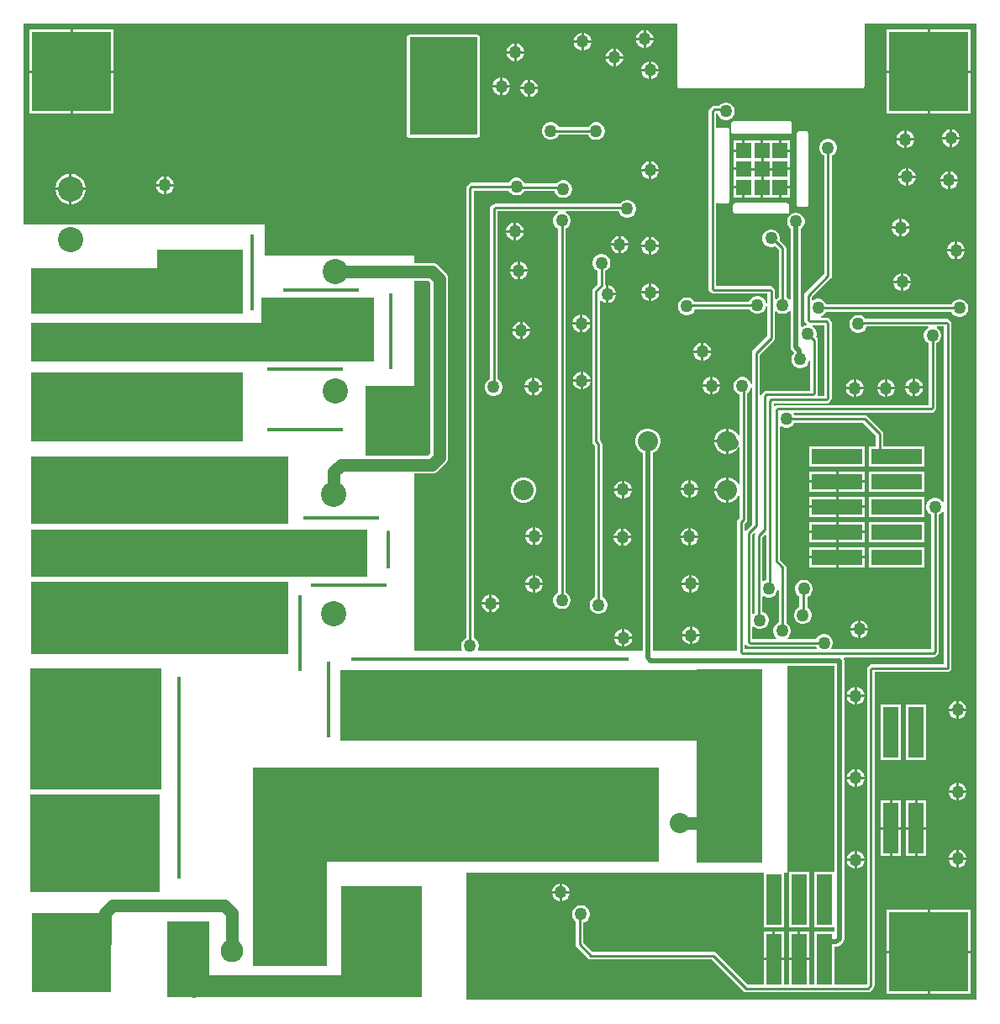
<source format=gbl>
G04*
G04 #@! TF.GenerationSoftware,Altium Limited,Altium Designer,21.0.8 (223)*
G04*
G04 Layer_Physical_Order=2*
G04 Layer_Color=16711680*
%FSLAX25Y25*%
%MOIN*%
G70*
G04*
G04 #@! TF.SameCoordinates,D13D4976-0AF9-4397-BE84-B4B6C9367268*
G04*
G04*
G04 #@! TF.FilePolarity,Positive*
G04*
G01*
G75*
%ADD10C,0.01000*%
%ADD35R,0.06000X0.06000*%
%ADD38R,0.31500X0.31500*%
%ADD41R,0.06000X0.20000*%
%ADD42R,0.20000X0.06000*%
%ADD44R,0.06000X0.20000*%
%ADD53C,0.05000*%
%ADD54C,0.05000*%
%ADD55C,0.02000*%
%ADD56C,0.02500*%
%ADD60R,0.27000X0.38700*%
%ADD61R,0.52000X0.48000*%
%ADD62R,1.02000X0.29000*%
%ADD63R,1.02000X0.26500*%
%ADD64R,1.33500X0.18500*%
%ADD65R,0.51500X0.38500*%
%ADD68R,0.16500X0.30400*%
%ADD70R,0.45000X0.25500*%
%ADD71R,1.36000X0.15500*%
%ADD72R,0.84000X0.27500*%
%ADD73R,0.34000X0.25500*%
%ADD75C,0.11811*%
%ADD76R,0.11811X0.11811*%
%ADD77C,0.10000*%
%ADD78C,0.08000*%
%ADD79R,0.08000X0.08000*%
%ADD80R,0.10000X0.10000*%
%ADD81R,0.09055X0.09055*%
%ADD82C,0.09000*%
G04:AMPARAMS|DCode=83|XSize=800mil|YSize=15mil|CornerRadius=3.75mil|HoleSize=0mil|Usage=FLASHONLY|Rotation=90.000|XOffset=0mil|YOffset=0mil|HoleType=Round|Shape=RoundedRectangle|*
%AMROUNDEDRECTD83*
21,1,0.80000,0.00750,0,0,90.0*
21,1,0.79250,0.01500,0,0,90.0*
1,1,0.00750,0.00375,0.39625*
1,1,0.00750,0.00375,-0.39625*
1,1,0.00750,-0.00375,-0.39625*
1,1,0.00750,-0.00375,0.39625*
%
%ADD83ROUNDEDRECTD83*%
G04:AMPARAMS|DCode=84|XSize=300mil|YSize=15mil|CornerRadius=3.75mil|HoleSize=0mil|Usage=FLASHONLY|Rotation=180.000|XOffset=0mil|YOffset=0mil|HoleType=Round|Shape=RoundedRectangle|*
%AMROUNDEDRECTD84*
21,1,0.30000,0.00750,0,0,180.0*
21,1,0.29250,0.01500,0,0,180.0*
1,1,0.00750,-0.14625,0.00375*
1,1,0.00750,0.14625,0.00375*
1,1,0.00750,0.14625,-0.00375*
1,1,0.00750,-0.14625,-0.00375*
%
%ADD84ROUNDEDRECTD84*%
G04:AMPARAMS|DCode=85|XSize=1100mil|YSize=15mil|CornerRadius=3.75mil|HoleSize=0mil|Usage=FLASHONLY|Rotation=180.000|XOffset=0mil|YOffset=0mil|HoleType=Round|Shape=RoundedRectangle|*
%AMROUNDEDRECTD85*
21,1,1.10000,0.00750,0,0,180.0*
21,1,1.09250,0.01500,0,0,180.0*
1,1,0.00750,-0.54625,0.00375*
1,1,0.00750,0.54625,0.00375*
1,1,0.00750,0.54625,-0.00375*
1,1,0.00750,-0.54625,-0.00375*
%
%ADD85ROUNDEDRECTD85*%
G04:AMPARAMS|DCode=86|XSize=300mil|YSize=15mil|CornerRadius=3.75mil|HoleSize=0mil|Usage=FLASHONLY|Rotation=90.000|XOffset=0mil|YOffset=0mil|HoleType=Round|Shape=RoundedRectangle|*
%AMROUNDEDRECTD86*
21,1,0.30000,0.00750,0,0,90.0*
21,1,0.29250,0.01500,0,0,90.0*
1,1,0.00750,0.00375,0.14625*
1,1,0.00750,0.00375,-0.14625*
1,1,0.00750,-0.00375,-0.14625*
1,1,0.00750,-0.00375,0.14625*
%
%ADD86ROUNDEDRECTD86*%
G04:AMPARAMS|DCode=87|XSize=150mil|YSize=15mil|CornerRadius=3.75mil|HoleSize=0mil|Usage=FLASHONLY|Rotation=90.000|XOffset=0mil|YOffset=0mil|HoleType=Round|Shape=RoundedRectangle|*
%AMROUNDEDRECTD87*
21,1,0.15000,0.00750,0,0,90.0*
21,1,0.14250,0.01500,0,0,90.0*
1,1,0.00750,0.00375,0.07125*
1,1,0.00750,0.00375,-0.07125*
1,1,0.00750,-0.00375,-0.07125*
1,1,0.00750,-0.00375,0.07125*
%
%ADD87ROUNDEDRECTD87*%
%ADD88R,1.67500X0.28500*%
%ADD89R,0.32000X0.44000*%
%ADD90R,1.56986X0.37400*%
%ADD91R,0.26014X0.76500*%
%ADD92R,0.29500X0.78500*%
%ADD93R,1.00986X0.08500*%
%ADD94R,0.84000X0.18000*%
G36*
X378929Y1071D02*
X176500D01*
Y51300D01*
X294500D01*
Y29800D01*
X302500D01*
Y51300D01*
X304000D01*
Y133361D01*
X322461D01*
Y51800D01*
X314500D01*
Y29800D01*
X322461D01*
Y28200D01*
X314500D01*
Y7029D01*
X312500D01*
Y16700D01*
X304500D01*
Y7029D01*
X302500D01*
Y16700D01*
X294500D01*
Y7029D01*
X288134D01*
X275582Y19581D01*
X275581Y19581D01*
X275085Y19913D01*
X274500Y20029D01*
X226634D01*
X223029Y23633D01*
Y31652D01*
X223351Y31738D01*
X224149Y32199D01*
X224801Y32851D01*
X225261Y33649D01*
X225500Y34539D01*
Y35461D01*
X225261Y36351D01*
X224801Y37149D01*
X224149Y37801D01*
X223351Y38262D01*
X222461Y38500D01*
X221539D01*
X220649Y38262D01*
X219851Y37801D01*
X219199Y37149D01*
X218739Y36351D01*
X218500Y35461D01*
Y34539D01*
X218739Y33649D01*
X219199Y32851D01*
X219851Y32199D01*
X219971Y32130D01*
Y23000D01*
X220087Y22415D01*
X220419Y21919D01*
X224919Y17419D01*
X225415Y17087D01*
X226000Y16971D01*
X273867D01*
X286419Y4419D01*
X286915Y4087D01*
X287500Y3971D01*
X335914D01*
X336500Y4087D01*
X336996Y4419D01*
X338081Y5504D01*
X338413Y6001D01*
X338529Y6586D01*
Y130971D01*
X367500D01*
X368085Y131087D01*
X368581Y131419D01*
X368913Y131915D01*
X369029Y132500D01*
Y268914D01*
X368913Y269499D01*
X368581Y269996D01*
X367996Y270581D01*
X367499Y270913D01*
X366914Y271029D01*
X334870D01*
X334801Y271149D01*
X334149Y271801D01*
X333351Y272262D01*
X332461Y272500D01*
X331539D01*
X330649Y272262D01*
X329851Y271801D01*
X329199Y271149D01*
X328738Y270351D01*
X328500Y269461D01*
Y268539D01*
X328738Y267649D01*
X329199Y266851D01*
X329851Y266199D01*
X330649Y265739D01*
X331539Y265500D01*
X332461D01*
X333351Y265739D01*
X334149Y266199D01*
X334801Y266851D01*
X335262Y267649D01*
X335348Y267971D01*
X359699D01*
X359833Y267471D01*
X359365Y267201D01*
X358713Y266549D01*
X358253Y265751D01*
X358014Y264861D01*
Y263939D01*
X358253Y263049D01*
X358713Y262251D01*
X359365Y261599D01*
X359985Y261242D01*
Y236829D01*
X300100D01*
X299515Y236713D01*
X299043Y236398D01*
X298823Y236444D01*
X298544Y236560D01*
Y237371D01*
X319428D01*
X320014Y237487D01*
X320510Y237819D01*
X321095Y238404D01*
X321427Y238900D01*
X321544Y239486D01*
Y263500D01*
X321529Y263571D01*
Y269414D01*
X321413Y270000D01*
X321081Y270496D01*
X320496Y271081D01*
X320000Y271413D01*
X319414Y271529D01*
X317210D01*
X317144Y272029D01*
X317551Y272139D01*
X318349Y272599D01*
X319001Y273251D01*
X319315Y273796D01*
X369048D01*
X369449Y273101D01*
X370101Y272449D01*
X370899Y271989D01*
X371789Y271750D01*
X372711D01*
X373601Y271989D01*
X374399Y272449D01*
X375051Y273101D01*
X375512Y273899D01*
X375750Y274789D01*
Y275711D01*
X375512Y276601D01*
X375051Y277399D01*
X374399Y278051D01*
X373601Y278512D01*
X372711Y278750D01*
X371789D01*
X370899Y278512D01*
X370101Y278051D01*
X369449Y277399D01*
X369135Y276854D01*
X319402D01*
X319001Y277549D01*
X318349Y278201D01*
X317551Y278661D01*
X316661Y278900D01*
X315739D01*
X314849Y278661D01*
X314229Y278304D01*
X313729Y278540D01*
Y279567D01*
X321181Y287019D01*
X321513Y287515D01*
X321629Y288100D01*
Y335642D01*
X322249Y335999D01*
X322901Y336651D01*
X323361Y337449D01*
X323600Y338339D01*
Y339261D01*
X323361Y340151D01*
X322901Y340949D01*
X322249Y341601D01*
X321451Y342061D01*
X320561Y342300D01*
X319639D01*
X318749Y342061D01*
X317951Y341601D01*
X317299Y340949D01*
X316839Y340151D01*
X316600Y339261D01*
Y338339D01*
X316839Y337449D01*
X317299Y336651D01*
X317951Y335999D01*
X318571Y335642D01*
Y288734D01*
X311119Y281281D01*
X310787Y280785D01*
X310671Y280200D01*
Y270586D01*
X310787Y270001D01*
X311119Y269504D01*
X311623Y269000D01*
X311568Y268671D01*
X311462Y268479D01*
X310649Y268262D01*
X309851Y267801D01*
X309801Y267751D01*
X309339Y267942D01*
Y306736D01*
X309449Y306799D01*
X310101Y307451D01*
X310561Y308249D01*
X310800Y309139D01*
Y310061D01*
X310561Y310951D01*
X310101Y311749D01*
X309449Y312401D01*
X308651Y312861D01*
X307761Y313100D01*
X306839D01*
X305949Y312861D01*
X305151Y312401D01*
X304499Y311749D01*
X304039Y310951D01*
X303800Y310061D01*
Y309139D01*
X304039Y308249D01*
X304499Y307451D01*
X305151Y306799D01*
X305261Y306736D01*
Y278679D01*
X304761Y278603D01*
X304163Y279201D01*
X303543Y279558D01*
Y298900D01*
X303427Y299485D01*
X303096Y299981D01*
X300935Y302142D01*
X301014Y302439D01*
Y303361D01*
X300776Y304251D01*
X300315Y305049D01*
X299663Y305701D01*
X298865Y306161D01*
X297975Y306400D01*
X297053D01*
X296163Y306161D01*
X295365Y305701D01*
X294713Y305049D01*
X294253Y304251D01*
X294014Y303361D01*
Y302439D01*
X294253Y301549D01*
X294713Y300751D01*
X295365Y300099D01*
X296163Y299639D01*
X297053Y299400D01*
X297975D01*
X298865Y299639D01*
X299022Y299729D01*
X300485Y298267D01*
Y279558D01*
X299865Y279201D01*
X299543Y278879D01*
X299043Y279086D01*
Y281914D01*
X298927Y282500D01*
X298595Y282996D01*
X298010Y283581D01*
X297514Y283913D01*
X296928Y284029D01*
X275729D01*
Y316802D01*
X275998Y316938D01*
X276229Y316995D01*
X276510Y316808D01*
X276900Y316730D01*
X279900D01*
X280290Y316808D01*
X280621Y317029D01*
X280842Y317360D01*
X280920Y317750D01*
Y345850D01*
X280842Y346240D01*
X280621Y346571D01*
X280290Y346792D01*
X279900Y346870D01*
X276900D01*
X276510Y346792D01*
X276229Y346605D01*
X275998Y346662D01*
X275729Y346798D01*
Y352371D01*
X276226D01*
X276339Y351949D01*
X276799Y351151D01*
X277451Y350499D01*
X278249Y350039D01*
X279139Y349800D01*
X280061D01*
X280951Y350039D01*
X281749Y350499D01*
X282401Y351151D01*
X282861Y351949D01*
X283100Y352839D01*
Y353761D01*
X282861Y354651D01*
X282401Y355449D01*
X281749Y356101D01*
X280951Y356561D01*
X280061Y356800D01*
X279139D01*
X278249Y356561D01*
X277451Y356101D01*
X276799Y355449D01*
X276788Y355429D01*
X274986D01*
X274400Y355313D01*
X273904Y354981D01*
X273119Y354196D01*
X272787Y353699D01*
X272671Y353114D01*
Y283086D01*
X272787Y282501D01*
X273119Y282004D01*
X273704Y281419D01*
X274201Y281087D01*
X274786Y280971D01*
X295985D01*
Y277061D01*
X295500Y277024D01*
X295262Y277914D01*
X294801Y278712D01*
X294149Y279364D01*
X293351Y279824D01*
X292461Y280063D01*
X291539D01*
X290649Y279824D01*
X289851Y279364D01*
X289199Y278712D01*
X288738Y277914D01*
X288711Y277811D01*
X266996D01*
X266801Y278149D01*
X266149Y278801D01*
X265351Y279261D01*
X264461Y279500D01*
X263539D01*
X262649Y279261D01*
X261851Y278801D01*
X261199Y278149D01*
X260738Y277351D01*
X260500Y276461D01*
Y275539D01*
X260738Y274649D01*
X261199Y273851D01*
X261851Y273199D01*
X262649Y272739D01*
X263539Y272500D01*
X264461D01*
X265351Y272739D01*
X266149Y273199D01*
X266801Y273851D01*
X267262Y274649D01*
X267289Y274752D01*
X289004D01*
X289199Y274414D01*
X289851Y273762D01*
X290649Y273302D01*
X291539Y273063D01*
X292461D01*
X293351Y273302D01*
X294149Y273762D01*
X294801Y274414D01*
X295262Y275212D01*
X295500Y276102D01*
X295985Y276065D01*
Y264148D01*
X290433Y258595D01*
X290101Y258099D01*
X289985Y257514D01*
Y245036D01*
X289485Y244970D01*
X289276Y245751D01*
X288815Y246549D01*
X288163Y247201D01*
X287365Y247661D01*
X286475Y247900D01*
X285553D01*
X284663Y247661D01*
X283865Y247201D01*
X283213Y246549D01*
X282753Y245751D01*
X282514Y244861D01*
Y243939D01*
X282753Y243049D01*
X283213Y242251D01*
X283865Y241599D01*
X284663Y241139D01*
X284985Y241052D01*
Y224859D01*
X284485Y224726D01*
X283997Y225570D01*
X283066Y226501D01*
X281926Y227159D01*
X280654Y227500D01*
X280496D01*
Y222500D01*
Y217500D01*
X280654D01*
X281926Y217841D01*
X283066Y218499D01*
X283997Y219430D01*
X284485Y220274D01*
X284985Y220141D01*
Y205568D01*
X284485Y205434D01*
X283997Y206279D01*
X283066Y207210D01*
X281926Y207868D01*
X280654Y208209D01*
X280496D01*
Y203209D01*
Y198209D01*
X280654D01*
X281926Y198549D01*
X283066Y199208D01*
X283997Y200139D01*
X284485Y200983D01*
X284985Y200849D01*
Y192034D01*
X284433Y191481D01*
X284101Y190985D01*
X283985Y190400D01*
Y139400D01*
X250553D01*
Y217912D01*
X251570Y218499D01*
X252501Y219430D01*
X253159Y220570D01*
X253500Y221842D01*
Y223158D01*
X253159Y224430D01*
X252501Y225570D01*
X251570Y226501D01*
X250430Y227159D01*
X249158Y227500D01*
X247842D01*
X246570Y227159D01*
X245430Y226501D01*
X244499Y225570D01*
X243841Y224430D01*
X243500Y223158D01*
Y221842D01*
X243841Y220570D01*
X244499Y219430D01*
X245430Y218499D01*
X246475Y217896D01*
Y139400D01*
X181401D01*
X181151Y139833D01*
X181276Y140049D01*
X181514Y140939D01*
Y141861D01*
X181276Y142751D01*
X180815Y143549D01*
X180163Y144201D01*
X179543Y144559D01*
Y321871D01*
X193356D01*
X193713Y321251D01*
X194365Y320599D01*
X195163Y320139D01*
X196053Y319900D01*
X196975D01*
X197865Y320139D01*
X198663Y320599D01*
X199315Y321251D01*
X199528Y321621D01*
X211599D01*
X211753Y321049D01*
X212213Y320251D01*
X212865Y319599D01*
X213663Y319139D01*
X214553Y318900D01*
X215475D01*
X216365Y319139D01*
X217163Y319599D01*
X217815Y320251D01*
X218276Y321049D01*
X218514Y321939D01*
Y322861D01*
X218276Y323751D01*
X217815Y324549D01*
X217163Y325201D01*
X216365Y325661D01*
X215475Y325900D01*
X214553D01*
X213663Y325661D01*
X212865Y325201D01*
X212344Y324679D01*
X199795D01*
X199776Y324751D01*
X199315Y325549D01*
X198663Y326201D01*
X197865Y326661D01*
X196975Y326900D01*
X196053D01*
X195163Y326661D01*
X194365Y326201D01*
X193713Y325549D01*
X193356Y324929D01*
X178600D01*
X178015Y324813D01*
X177518Y324481D01*
X176933Y323896D01*
X176601Y323399D01*
X176485Y322814D01*
Y144559D01*
X175865Y144201D01*
X175213Y143549D01*
X174753Y142751D01*
X174514Y141861D01*
Y140939D01*
X174753Y140049D01*
X174877Y139833D01*
X174627Y139400D01*
X156000D01*
Y209670D01*
X162985D01*
X163899Y209790D01*
X164750Y210143D01*
X165481Y210704D01*
X168410Y213633D01*
X168971Y214364D01*
X169324Y215215D01*
X169444Y216129D01*
Y286771D01*
X169324Y287685D01*
X168971Y288536D01*
X168410Y289267D01*
X165481Y292196D01*
X164750Y292757D01*
X163899Y293110D01*
X162985Y293230D01*
X156000D01*
Y296000D01*
X96500D01*
Y308400D01*
X20694D01*
X20191Y308500D01*
X19009D01*
X18506Y308400D01*
X1071D01*
Y387929D01*
X260129D01*
Y380200D01*
Y372200D01*
Y363400D01*
X260211Y362990D01*
X260443Y362643D01*
X260790Y362411D01*
X261200Y362329D01*
X331000Y362329D01*
X331000Y362329D01*
X333400D01*
X333810Y362411D01*
X334157Y362643D01*
X334389Y362990D01*
X334471Y363400D01*
Y387929D01*
X378929D01*
Y1071D01*
D02*
G37*
G36*
X305261Y274121D02*
Y259700D01*
X305416Y258920D01*
X305858Y258258D01*
X306590Y257526D01*
Y257503D01*
X306199Y257112D01*
X305738Y256314D01*
X305500Y255424D01*
Y254502D01*
X305738Y253612D01*
X306199Y252814D01*
X306851Y252162D01*
X307649Y251701D01*
X308539Y251463D01*
X309461D01*
X310351Y251701D01*
X311149Y252162D01*
X311801Y252814D01*
X312262Y253612D01*
X312471Y254393D01*
X312971Y254327D01*
Y242429D01*
X295600D01*
X295015Y242313D01*
X294518Y241981D01*
X293933Y241396D01*
X293601Y240899D01*
X293544Y240610D01*
X293043Y240659D01*
Y256881D01*
X298595Y262433D01*
X298927Y262929D01*
X299043Y263514D01*
Y273714D01*
X299543Y273921D01*
X299865Y273599D01*
X300663Y273138D01*
X301553Y272900D01*
X302475D01*
X303365Y273138D01*
X304163Y273599D01*
X304761Y274197D01*
X305261Y274121D01*
D02*
G37*
G36*
X318471Y263514D02*
X318485Y263443D01*
Y240429D01*
X316174D01*
X315918Y240842D01*
X315919Y240929D01*
X316029Y241486D01*
Y262500D01*
X315913Y263085D01*
X315581Y263581D01*
X315315Y263848D01*
X315500Y264539D01*
Y265461D01*
X315262Y266351D01*
X314801Y267149D01*
X314149Y267801D01*
X313855Y267971D01*
X313989Y268471D01*
X318471D01*
Y263514D01*
D02*
G37*
G36*
X162384Y285309D02*
Y217591D01*
X161523Y216730D01*
X136500D01*
Y244500D01*
X156000D01*
Y286170D01*
X161523D01*
X162384Y285309D01*
D02*
G37*
G36*
X365971Y198489D02*
X365471Y198355D01*
X365301Y198649D01*
X364649Y199301D01*
X363851Y199761D01*
X362961Y200000D01*
X362039D01*
X361149Y199761D01*
X360351Y199301D01*
X359699Y198649D01*
X359239Y197851D01*
X359000Y196961D01*
Y196039D01*
X359239Y195149D01*
X359699Y194351D01*
X360351Y193699D01*
X360971Y193342D01*
Y139929D01*
X321510D01*
X321346Y140429D01*
X321761Y141149D01*
X322000Y142039D01*
Y142961D01*
X321761Y143851D01*
X321301Y144649D01*
X320649Y145301D01*
X319851Y145762D01*
X318961Y146000D01*
X318039D01*
X317149Y145762D01*
X316351Y145301D01*
X315699Y144649D01*
X315341Y144029D01*
X304119D01*
X303980Y144490D01*
X303979Y144529D01*
X304622Y145173D01*
X305083Y145971D01*
X305322Y146861D01*
Y147782D01*
X305083Y148672D01*
X304622Y149471D01*
X303971Y150122D01*
X303543Y150369D01*
Y172400D01*
X303427Y172985D01*
X303096Y173481D01*
X301044Y175533D01*
Y228159D01*
X301543Y228396D01*
X302163Y228039D01*
X303053Y227800D01*
X303975D01*
X304865Y228039D01*
X305663Y228499D01*
X306315Y229151D01*
X306673Y229771D01*
X333981D01*
X338971Y224781D01*
Y220500D01*
X336300D01*
Y212500D01*
X358300D01*
Y220500D01*
X342029D01*
Y225414D01*
X341913Y225999D01*
X341581Y226496D01*
X335696Y232381D01*
X335199Y232713D01*
X334614Y232829D01*
X306673D01*
X306418Y233271D01*
X306655Y233771D01*
X360928D01*
X361514Y233887D01*
X362010Y234219D01*
X362596Y234804D01*
X362927Y235300D01*
X363043Y235886D01*
Y261242D01*
X363663Y261599D01*
X364315Y262251D01*
X364776Y263049D01*
X365014Y263939D01*
Y264861D01*
X364776Y265751D01*
X364315Y266549D01*
X363663Y267201D01*
X363196Y267471D01*
X363330Y267971D01*
X365971D01*
Y198489D01*
D02*
G37*
G36*
X289985Y243764D02*
Y189533D01*
X287544Y187092D01*
X287106Y187229D01*
X287043Y187277D01*
Y189767D01*
X287596Y190319D01*
X287927Y190815D01*
X288043Y191400D01*
Y241530D01*
X288163Y241599D01*
X288815Y242251D01*
X289276Y243049D01*
X289485Y243829D01*
X289985Y243764D01*
D02*
G37*
G36*
X295485Y185054D02*
Y167348D01*
X295163Y167262D01*
X294544Y166904D01*
X294043Y167140D01*
Y184266D01*
X295023Y185246D01*
X295485Y185054D01*
D02*
G37*
G36*
X300485Y163364D02*
Y150587D01*
X300471Y150583D01*
X299673Y150122D01*
X299021Y149471D01*
X298560Y148672D01*
X298322Y147782D01*
Y146861D01*
X298560Y145971D01*
X299021Y145173D01*
X299664Y144529D01*
X299663Y144490D01*
X299524Y144029D01*
X290043D01*
Y148800D01*
X290544Y149007D01*
X290851Y148699D01*
X291649Y148239D01*
X292539Y148000D01*
X293461D01*
X294351Y148239D01*
X295149Y148699D01*
X295801Y149351D01*
X296262Y150149D01*
X296500Y151039D01*
Y151961D01*
X296262Y152851D01*
X295801Y153649D01*
X295149Y154301D01*
X294351Y154762D01*
X294043Y154844D01*
Y160860D01*
X294544Y161096D01*
X295163Y160739D01*
X296053Y160500D01*
X296975D01*
X297865Y160739D01*
X298663Y161199D01*
X299315Y161851D01*
X299776Y162649D01*
X299985Y163429D01*
X300485Y163364D01*
D02*
G37*
G36*
X291366Y185882D02*
X291101Y185485D01*
X290985Y184900D01*
Y154378D01*
X290851Y154301D01*
X290544Y153993D01*
X290043Y154200D01*
Y185266D01*
X290978Y186201D01*
X291366Y185882D01*
D02*
G37*
G36*
X288018Y141419D02*
X288515Y141087D01*
X289100Y140971D01*
X315341D01*
X315654Y140429D01*
X315490Y139929D01*
X287043D01*
Y141709D01*
X287106Y141756D01*
X287544Y141893D01*
X288018Y141419D01*
D02*
G37*
G36*
X365971Y194511D02*
Y134029D01*
X337586D01*
X337000Y133913D01*
X336504Y133581D01*
X335919Y132996D01*
X335587Y132500D01*
X335471Y131914D01*
Y7219D01*
X335281Y7029D01*
X322500D01*
Y21961D01*
X323328D01*
X324109Y22116D01*
X324770Y22558D01*
X325942Y23730D01*
X325942Y23730D01*
X326384Y24391D01*
X326539Y25172D01*
Y135400D01*
X326384Y136180D01*
X326257Y136371D01*
X326524Y136871D01*
X361914D01*
X362499Y136987D01*
X362996Y137319D01*
X363581Y137904D01*
X363913Y138400D01*
X364029Y138986D01*
Y193342D01*
X364649Y193699D01*
X365301Y194351D01*
X365471Y194645D01*
X365971Y194511D01*
D02*
G37*
%LPC*%
G36*
X247800Y385490D02*
Y382500D01*
X250789D01*
X250561Y383351D01*
X250101Y384149D01*
X249449Y384801D01*
X248651Y385262D01*
X247800Y385490D01*
D02*
G37*
G36*
X246800D02*
X245949Y385262D01*
X245151Y384801D01*
X244499Y384149D01*
X244039Y383351D01*
X243811Y382500D01*
X246800D01*
Y385490D01*
D02*
G37*
G36*
X223200Y384389D02*
Y381400D01*
X226189D01*
X225961Y382251D01*
X225501Y383049D01*
X224849Y383701D01*
X224051Y384161D01*
X223200Y384389D01*
D02*
G37*
G36*
X222200D02*
X221349Y384161D01*
X220551Y383701D01*
X219899Y383049D01*
X219439Y382251D01*
X219211Y381400D01*
X222200D01*
Y384389D01*
D02*
G37*
G36*
X250789Y381500D02*
X247800D01*
Y378510D01*
X248651Y378738D01*
X249449Y379199D01*
X250101Y379851D01*
X250561Y380649D01*
X250789Y381500D01*
D02*
G37*
G36*
X246800D02*
X243811D01*
X244039Y380649D01*
X244499Y379851D01*
X245151Y379199D01*
X245949Y378738D01*
X246800Y378510D01*
Y381500D01*
D02*
G37*
G36*
X226189Y380400D02*
X223200D01*
Y377411D01*
X224051Y377639D01*
X224849Y378099D01*
X225501Y378751D01*
X225961Y379549D01*
X226189Y380400D01*
D02*
G37*
G36*
X222200D02*
X219211D01*
X219439Y379549D01*
X219899Y378751D01*
X220551Y378099D01*
X221349Y377639D01*
X222200Y377411D01*
Y380400D01*
D02*
G37*
G36*
X196500Y380189D02*
Y377200D01*
X199489D01*
X199261Y378051D01*
X198801Y378849D01*
X198149Y379501D01*
X197351Y379961D01*
X196500Y380189D01*
D02*
G37*
G36*
X195500D02*
X194649Y379961D01*
X193851Y379501D01*
X193199Y378849D01*
X192738Y378051D01*
X192510Y377200D01*
X195500D01*
Y380189D01*
D02*
G37*
G36*
X235800Y378189D02*
Y375200D01*
X238790D01*
X238562Y376051D01*
X238101Y376849D01*
X237449Y377501D01*
X236651Y377961D01*
X235800Y378189D01*
D02*
G37*
G36*
X234800D02*
X233949Y377961D01*
X233151Y377501D01*
X232499Y376849D01*
X232038Y376051D01*
X231810Y375200D01*
X234800D01*
Y378189D01*
D02*
G37*
G36*
X199489Y376200D02*
X196500D01*
Y373211D01*
X197351Y373439D01*
X198149Y373899D01*
X198801Y374551D01*
X199261Y375349D01*
X199489Y376200D01*
D02*
G37*
G36*
X195500D02*
X192510D01*
X192738Y375349D01*
X193199Y374551D01*
X193851Y373899D01*
X194649Y373439D01*
X195500Y373211D01*
Y376200D01*
D02*
G37*
G36*
X238790Y374200D02*
X235800D01*
Y371211D01*
X236651Y371439D01*
X237449Y371899D01*
X238101Y372551D01*
X238562Y373349D01*
X238790Y374200D01*
D02*
G37*
G36*
X234800D02*
X231810D01*
X232038Y373349D01*
X232499Y372551D01*
X233151Y371899D01*
X233949Y371439D01*
X234800Y371211D01*
Y374200D01*
D02*
G37*
G36*
X250000Y373090D02*
Y370100D01*
X252990D01*
X252762Y370951D01*
X252301Y371749D01*
X251649Y372401D01*
X250851Y372862D01*
X250000Y373090D01*
D02*
G37*
G36*
X249000D02*
X248149Y372862D01*
X247351Y372401D01*
X246699Y371749D01*
X246238Y370951D01*
X246010Y370100D01*
X249000D01*
Y373090D01*
D02*
G37*
G36*
X376750Y385750D02*
X360500D01*
Y369500D01*
X376750D01*
Y385750D01*
D02*
G37*
G36*
X359500D02*
X343250D01*
Y369500D01*
X359500D01*
Y385750D01*
D02*
G37*
G36*
X36750D02*
X20500D01*
Y369500D01*
X36750D01*
Y385750D01*
D02*
G37*
G36*
X19500D02*
X3250D01*
Y369500D01*
X19500D01*
Y385750D01*
D02*
G37*
G36*
X252990Y369100D02*
X250000D01*
Y366110D01*
X250851Y366338D01*
X251649Y366799D01*
X252301Y367451D01*
X252762Y368249D01*
X252990Y369100D01*
D02*
G37*
G36*
X249000D02*
X246010D01*
X246238Y368249D01*
X246699Y367451D01*
X247351Y366799D01*
X248149Y366338D01*
X249000Y366110D01*
Y369100D01*
D02*
G37*
G36*
X191000Y366589D02*
Y363600D01*
X193990D01*
X193762Y364451D01*
X193301Y365249D01*
X192649Y365901D01*
X191851Y366361D01*
X191000Y366589D01*
D02*
G37*
G36*
X190000D02*
X189149Y366361D01*
X188351Y365901D01*
X187699Y365249D01*
X187239Y364451D01*
X187011Y363600D01*
X190000D01*
Y366589D01*
D02*
G37*
G36*
X202100Y365890D02*
Y362900D01*
X205089D01*
X204861Y363751D01*
X204401Y364549D01*
X203749Y365201D01*
X202951Y365662D01*
X202100Y365890D01*
D02*
G37*
G36*
X201100D02*
X200249Y365662D01*
X199451Y365201D01*
X198799Y364549D01*
X198338Y363751D01*
X198110Y362900D01*
X201100D01*
Y365890D01*
D02*
G37*
G36*
X193990Y362600D02*
X191000D01*
Y359611D01*
X191851Y359839D01*
X192649Y360299D01*
X193301Y360951D01*
X193762Y361749D01*
X193990Y362600D01*
D02*
G37*
G36*
X190000D02*
X187011D01*
X187239Y361749D01*
X187699Y360951D01*
X188351Y360299D01*
X189149Y359839D01*
X190000Y359611D01*
Y362600D01*
D02*
G37*
G36*
X205089Y361900D02*
X202100D01*
Y358910D01*
X202951Y359138D01*
X203749Y359599D01*
X204401Y360251D01*
X204861Y361049D01*
X205089Y361900D01*
D02*
G37*
G36*
X201100D02*
X198110D01*
X198338Y361049D01*
X198799Y360251D01*
X199451Y359599D01*
X200249Y359138D01*
X201100Y358910D01*
Y361900D01*
D02*
G37*
G36*
X376750Y368500D02*
X360500D01*
Y352250D01*
X376750D01*
Y368500D01*
D02*
G37*
G36*
X359500D02*
X343250D01*
Y352250D01*
X359500D01*
Y368500D01*
D02*
G37*
G36*
X36750D02*
X20500D01*
Y352250D01*
X36750D01*
Y368500D01*
D02*
G37*
G36*
X19500D02*
X3250D01*
Y352250D01*
X19500D01*
Y368500D01*
D02*
G37*
G36*
X304750Y349320D02*
X282650D01*
X282260Y349242D01*
X281929Y349021D01*
X281708Y348690D01*
X281630Y348300D01*
Y345400D01*
X281708Y345010D01*
X281929Y344679D01*
X282260Y344458D01*
X282650Y344380D01*
X304750D01*
X305140Y344458D01*
X305471Y344679D01*
X305692Y345010D01*
X305770Y345400D01*
Y348300D01*
X305692Y348690D01*
X305471Y349021D01*
X305140Y349242D01*
X304750Y349320D01*
D02*
G37*
G36*
X369300Y346189D02*
Y343200D01*
X372289D01*
X372061Y344051D01*
X371601Y344849D01*
X370949Y345501D01*
X370151Y345961D01*
X369300Y346189D01*
D02*
G37*
G36*
X368300D02*
X367449Y345961D01*
X366651Y345501D01*
X365999Y344849D01*
X365539Y344051D01*
X365311Y343200D01*
X368300D01*
Y346189D01*
D02*
G37*
G36*
X181014Y383620D02*
X154014D01*
X153624Y383542D01*
X153293Y383321D01*
X153072Y382990D01*
X152995Y382600D01*
Y343900D01*
X153072Y343510D01*
X153293Y343179D01*
X153624Y342958D01*
X154014Y342880D01*
X181014D01*
X181404Y342958D01*
X181735Y343179D01*
X181956Y343510D01*
X182034Y343900D01*
Y382600D01*
X181956Y382990D01*
X181735Y383321D01*
X181404Y383542D01*
X181014Y383620D01*
D02*
G37*
G36*
X351200Y345690D02*
Y342700D01*
X354189D01*
X353961Y343551D01*
X353501Y344349D01*
X352849Y345001D01*
X352051Y345462D01*
X351200Y345690D01*
D02*
G37*
G36*
X350200D02*
X349349Y345462D01*
X348551Y345001D01*
X347899Y344349D01*
X347439Y343551D01*
X347211Y342700D01*
X350200D01*
Y345690D01*
D02*
G37*
G36*
X210561Y349000D02*
X209639D01*
X208749Y348762D01*
X207951Y348301D01*
X207299Y347649D01*
X206838Y346851D01*
X206600Y345961D01*
Y345039D01*
X206838Y344149D01*
X207299Y343351D01*
X207951Y342699D01*
X208749Y342238D01*
X209639Y342000D01*
X210561D01*
X211451Y342238D01*
X212249Y342699D01*
X212901Y343351D01*
X213230Y343921D01*
X224827D01*
X225213Y343251D01*
X225865Y342599D01*
X226663Y342139D01*
X227553Y341900D01*
X228475D01*
X229365Y342139D01*
X230163Y342599D01*
X230815Y343251D01*
X231276Y344049D01*
X231514Y344939D01*
Y345861D01*
X231276Y346751D01*
X230815Y347549D01*
X230163Y348201D01*
X229365Y348661D01*
X228475Y348900D01*
X227553D01*
X226663Y348661D01*
X225865Y348201D01*
X225213Y347549D01*
X224885Y346979D01*
X213287D01*
X212901Y347649D01*
X212249Y348301D01*
X211451Y348762D01*
X210561Y349000D01*
D02*
G37*
G36*
X372289Y342200D02*
X369300D01*
Y339211D01*
X370151Y339439D01*
X370949Y339899D01*
X371601Y340551D01*
X372061Y341349D01*
X372289Y342200D01*
D02*
G37*
G36*
X368300D02*
X365311D01*
X365539Y341349D01*
X365999Y340551D01*
X366651Y339899D01*
X367449Y339439D01*
X368300Y339211D01*
Y342200D01*
D02*
G37*
G36*
X354189Y341700D02*
X351200D01*
Y338710D01*
X352051Y338938D01*
X352849Y339399D01*
X353501Y340051D01*
X353961Y340849D01*
X354189Y341700D01*
D02*
G37*
G36*
X350200D02*
X347211D01*
X347439Y340849D01*
X347899Y340051D01*
X348551Y339399D01*
X349349Y338938D01*
X350200Y338710D01*
Y341700D01*
D02*
G37*
G36*
X305100Y341600D02*
X301600D01*
Y338100D01*
X305100D01*
Y341600D01*
D02*
G37*
G36*
X286000D02*
X282500D01*
Y338100D01*
X286000D01*
Y341600D01*
D02*
G37*
G36*
X300600D02*
X294300D01*
Y337600D01*
X293300D01*
Y341600D01*
X287000D01*
Y337600D01*
X286500D01*
Y337100D01*
X282500D01*
Y333600D01*
Y330900D01*
X286500D01*
Y329900D01*
X282500D01*
Y326400D01*
Y323700D01*
X286500D01*
Y323200D01*
X287000D01*
Y319200D01*
X293300D01*
Y323200D01*
X294300D01*
Y319200D01*
X300600D01*
Y323200D01*
X301100D01*
Y323700D01*
X305100D01*
Y326400D01*
Y329900D01*
X301100D01*
Y330900D01*
X305100D01*
Y333600D01*
Y337100D01*
X301100D01*
Y337600D01*
X300600D01*
Y341600D01*
D02*
G37*
G36*
X250000Y333489D02*
Y330500D01*
X252990D01*
X252762Y331351D01*
X252301Y332149D01*
X251649Y332801D01*
X250851Y333261D01*
X250000Y333489D01*
D02*
G37*
G36*
X249000D02*
X248149Y333261D01*
X247351Y332801D01*
X246699Y332149D01*
X246238Y331351D01*
X246010Y330500D01*
X249000D01*
Y333489D01*
D02*
G37*
G36*
X351800Y330789D02*
Y327800D01*
X354789D01*
X354561Y328651D01*
X354101Y329449D01*
X353449Y330101D01*
X352651Y330561D01*
X351800Y330789D01*
D02*
G37*
G36*
X350800D02*
X349949Y330561D01*
X349151Y330101D01*
X348499Y329449D01*
X348039Y328651D01*
X347811Y327800D01*
X350800D01*
Y330789D01*
D02*
G37*
G36*
X252990Y329500D02*
X250000D01*
Y326511D01*
X250851Y326739D01*
X251649Y327199D01*
X252301Y327851D01*
X252762Y328649D01*
X252990Y329500D01*
D02*
G37*
G36*
X249000D02*
X246010D01*
X246238Y328649D01*
X246699Y327851D01*
X247351Y327199D01*
X248149Y326739D01*
X249000Y326511D01*
Y329500D01*
D02*
G37*
G36*
X368600Y329489D02*
Y326500D01*
X371589D01*
X371361Y327351D01*
X370901Y328149D01*
X370249Y328801D01*
X369451Y329261D01*
X368600Y329489D01*
D02*
G37*
G36*
X367600D02*
X366749Y329261D01*
X365951Y328801D01*
X365299Y328149D01*
X364839Y327351D01*
X364611Y326500D01*
X367600D01*
Y329489D01*
D02*
G37*
G36*
X57500Y327489D02*
Y324500D01*
X60489D01*
X60261Y325351D01*
X59801Y326149D01*
X59149Y326801D01*
X58351Y327261D01*
X57500Y327489D01*
D02*
G37*
G36*
X56500D02*
X55649Y327261D01*
X54851Y326801D01*
X54199Y326149D01*
X53738Y325351D01*
X53510Y324500D01*
X56500D01*
Y327489D01*
D02*
G37*
G36*
X354789Y326800D02*
X351800D01*
Y323811D01*
X352651Y324039D01*
X353449Y324499D01*
X354101Y325151D01*
X354561Y325949D01*
X354789Y326800D01*
D02*
G37*
G36*
X350800D02*
X347811D01*
X348039Y325949D01*
X348499Y325151D01*
X349151Y324499D01*
X349949Y324039D01*
X350800Y323811D01*
Y326800D01*
D02*
G37*
G36*
X20191Y328500D02*
X20100D01*
Y323000D01*
X25600D01*
Y323091D01*
X25369Y324250D01*
X24917Y325342D01*
X24261Y326325D01*
X23425Y327161D01*
X22442Y327817D01*
X21350Y328269D01*
X20191Y328500D01*
D02*
G37*
G36*
X19100D02*
X19009D01*
X17850Y328269D01*
X16758Y327817D01*
X15775Y327161D01*
X14940Y326325D01*
X14283Y325342D01*
X13831Y324250D01*
X13600Y323091D01*
Y323000D01*
X19100D01*
Y328500D01*
D02*
G37*
G36*
X371589Y325500D02*
X368600D01*
Y322511D01*
X369451Y322739D01*
X370249Y323199D01*
X370901Y323851D01*
X371361Y324649D01*
X371589Y325500D01*
D02*
G37*
G36*
X367600D02*
X364611D01*
X364839Y324649D01*
X365299Y323851D01*
X365951Y323199D01*
X366749Y322739D01*
X367600Y322511D01*
Y325500D01*
D02*
G37*
G36*
X60489Y323500D02*
X57500D01*
Y320511D01*
X58351Y320739D01*
X59149Y321199D01*
X59801Y321851D01*
X60261Y322649D01*
X60489Y323500D01*
D02*
G37*
G36*
X56500D02*
X53510D01*
X53738Y322649D01*
X54199Y321851D01*
X54851Y321199D01*
X55649Y320739D01*
X56500Y320511D01*
Y323500D01*
D02*
G37*
G36*
X305100Y322700D02*
X301600D01*
Y319200D01*
X305100D01*
Y322700D01*
D02*
G37*
G36*
X286000D02*
X282500D01*
Y319200D01*
X286000D01*
Y322700D01*
D02*
G37*
G36*
X25600Y322000D02*
X20100D01*
Y316500D01*
X20191D01*
X21350Y316731D01*
X22442Y317183D01*
X23425Y317840D01*
X24261Y318675D01*
X24917Y319658D01*
X25369Y320750D01*
X25600Y321909D01*
Y322000D01*
D02*
G37*
G36*
X19100D02*
X13600D01*
Y321909D01*
X13831Y320750D01*
X14283Y319658D01*
X14940Y318675D01*
X15775Y317840D01*
X16758Y317183D01*
X17850Y316731D01*
X19009Y316500D01*
X19100D01*
Y322000D01*
D02*
G37*
G36*
X308700Y345320D02*
X308310Y345242D01*
X307979Y345021D01*
X307758Y344690D01*
X307680Y344300D01*
X307680Y316300D01*
X307758Y315910D01*
X307979Y315579D01*
X308310Y315358D01*
X308700Y315280D01*
X311400Y315280D01*
X311790Y315358D01*
X312121Y315579D01*
X312342Y315910D01*
X312420Y316300D01*
X312420Y344300D01*
X312342Y344690D01*
X312121Y345021D01*
X311790Y345242D01*
X311400Y345320D01*
X308700Y345320D01*
D02*
G37*
G36*
X303550Y316920D02*
X283450D01*
X283060Y316842D01*
X282729Y316621D01*
X282508Y316290D01*
X282430Y315900D01*
Y313600D01*
X282508Y313210D01*
X282729Y312879D01*
X283060Y312658D01*
X283450Y312580D01*
X303550D01*
X303940Y312658D01*
X304271Y312879D01*
X304492Y313210D01*
X304570Y313600D01*
Y315900D01*
X304492Y316290D01*
X304271Y316621D01*
X303940Y316842D01*
X303550Y316920D01*
D02*
G37*
G36*
X240875Y318100D02*
X239953D01*
X239063Y317862D01*
X238265Y317401D01*
X237613Y316749D01*
X237544Y316629D01*
X188100D01*
X187515Y316513D01*
X187018Y316181D01*
X186433Y315596D01*
X186101Y315100D01*
X185985Y314514D01*
Y247116D01*
X185265Y246701D01*
X184613Y246049D01*
X184153Y245251D01*
X183914Y244361D01*
Y243439D01*
X184153Y242549D01*
X184613Y241751D01*
X185265Y241099D01*
X186063Y240638D01*
X186953Y240400D01*
X187875D01*
X188765Y240638D01*
X189563Y241099D01*
X190215Y241751D01*
X190676Y242549D01*
X190914Y243439D01*
Y244361D01*
X190676Y245251D01*
X190215Y246049D01*
X189563Y246701D01*
X189043Y247001D01*
Y313571D01*
X212872D01*
X213006Y313071D01*
X212365Y312701D01*
X211713Y312049D01*
X211253Y311251D01*
X211014Y310361D01*
Y309439D01*
X211253Y308549D01*
X211713Y307751D01*
X212365Y307099D01*
X212985Y306741D01*
Y162558D01*
X212365Y162201D01*
X211713Y161549D01*
X211253Y160751D01*
X211014Y159861D01*
Y158939D01*
X211253Y158049D01*
X211713Y157251D01*
X212365Y156599D01*
X213163Y156139D01*
X214053Y155900D01*
X214975D01*
X215865Y156139D01*
X216663Y156599D01*
X217315Y157251D01*
X217776Y158049D01*
X218014Y158939D01*
Y159861D01*
X217776Y160751D01*
X217315Y161549D01*
X216663Y162201D01*
X216043Y162558D01*
Y306741D01*
X216663Y307099D01*
X217315Y307751D01*
X217776Y308549D01*
X218014Y309439D01*
Y310361D01*
X217776Y311251D01*
X217315Y312049D01*
X216663Y312701D01*
X216022Y313071D01*
X216156Y313571D01*
X237066D01*
X237153Y313249D01*
X237613Y312451D01*
X238265Y311799D01*
X239063Y311338D01*
X239953Y311100D01*
X240875D01*
X241765Y311338D01*
X242563Y311799D01*
X243215Y312451D01*
X243676Y313249D01*
X243914Y314139D01*
Y315061D01*
X243676Y315951D01*
X243215Y316749D01*
X242563Y317401D01*
X241765Y317862D01*
X240875Y318100D01*
D02*
G37*
G36*
X349400Y310590D02*
Y307600D01*
X352390D01*
X352162Y308451D01*
X351701Y309249D01*
X351049Y309901D01*
X350251Y310362D01*
X349400Y310590D01*
D02*
G37*
G36*
X348400D02*
X347549Y310362D01*
X346751Y309901D01*
X346099Y309249D01*
X345638Y308451D01*
X345410Y307600D01*
X348400D01*
Y310590D01*
D02*
G37*
G36*
X196400Y309190D02*
Y306200D01*
X199390D01*
X199162Y307051D01*
X198701Y307849D01*
X198049Y308501D01*
X197251Y308962D01*
X196400Y309190D01*
D02*
G37*
G36*
X195400D02*
X194549Y308962D01*
X193751Y308501D01*
X193099Y307849D01*
X192639Y307051D01*
X192411Y306200D01*
X195400D01*
Y309190D01*
D02*
G37*
G36*
X352390Y306600D02*
X349400D01*
Y303610D01*
X350251Y303838D01*
X351049Y304299D01*
X351701Y304951D01*
X352162Y305749D01*
X352390Y306600D01*
D02*
G37*
G36*
X348400D02*
X345410D01*
X345638Y305749D01*
X346099Y304951D01*
X346751Y304299D01*
X347549Y303838D01*
X348400Y303610D01*
Y306600D01*
D02*
G37*
G36*
X199390Y305200D02*
X196400D01*
Y302210D01*
X197251Y302438D01*
X198049Y302899D01*
X198701Y303551D01*
X199162Y304349D01*
X199390Y305200D01*
D02*
G37*
G36*
X195400D02*
X192411D01*
X192639Y304349D01*
X193099Y303551D01*
X193751Y302899D01*
X194549Y302438D01*
X195400Y302210D01*
Y305200D01*
D02*
G37*
G36*
X237900Y303889D02*
Y300900D01*
X240890D01*
X240662Y301751D01*
X240201Y302549D01*
X239549Y303201D01*
X238751Y303661D01*
X237900Y303889D01*
D02*
G37*
G36*
X236900D02*
X236049Y303661D01*
X235251Y303201D01*
X234599Y302549D01*
X234138Y301751D01*
X233910Y300900D01*
X236900D01*
Y303889D01*
D02*
G37*
G36*
X250062Y303484D02*
Y300494D01*
X253052D01*
X252824Y301345D01*
X252363Y302143D01*
X251711Y302795D01*
X250913Y303256D01*
X250062Y303484D01*
D02*
G37*
G36*
X249062D02*
X248211Y303256D01*
X247413Y302795D01*
X246762Y302143D01*
X246301Y301345D01*
X246073Y300494D01*
X249062D01*
Y303484D01*
D02*
G37*
G36*
X371300Y301589D02*
Y298600D01*
X374289D01*
X374061Y299451D01*
X373601Y300249D01*
X372949Y300901D01*
X372151Y301361D01*
X371300Y301589D01*
D02*
G37*
G36*
X370300D02*
X369449Y301361D01*
X368651Y300901D01*
X367999Y300249D01*
X367538Y299451D01*
X367311Y298600D01*
X370300D01*
Y301589D01*
D02*
G37*
G36*
X240890Y299900D02*
X237900D01*
Y296911D01*
X238751Y297139D01*
X239549Y297599D01*
X240201Y298251D01*
X240662Y299049D01*
X240890Y299900D01*
D02*
G37*
G36*
X236900D02*
X233910D01*
X234138Y299049D01*
X234599Y298251D01*
X235251Y297599D01*
X236049Y297139D01*
X236900Y296911D01*
Y299900D01*
D02*
G37*
G36*
X253052Y299494D02*
X250062D01*
Y296505D01*
X250913Y296733D01*
X251711Y297194D01*
X252363Y297845D01*
X252824Y298643D01*
X253052Y299494D01*
D02*
G37*
G36*
X249062D02*
X246073D01*
X246301Y298643D01*
X246762Y297845D01*
X247413Y297194D01*
X248211Y296733D01*
X249062Y296505D01*
Y299494D01*
D02*
G37*
G36*
X374289Y297600D02*
X371300D01*
Y294611D01*
X372151Y294839D01*
X372949Y295299D01*
X373601Y295951D01*
X374061Y296749D01*
X374289Y297600D01*
D02*
G37*
G36*
X370300D02*
X367311D01*
X367538Y296749D01*
X367999Y295951D01*
X368651Y295299D01*
X369449Y294839D01*
X370300Y294611D01*
Y297600D01*
D02*
G37*
G36*
X197900Y293589D02*
Y290600D01*
X200889D01*
X200661Y291451D01*
X200201Y292249D01*
X199549Y292901D01*
X198751Y293361D01*
X197900Y293589D01*
D02*
G37*
G36*
X196900D02*
X196049Y293361D01*
X195251Y292901D01*
X194599Y292249D01*
X194139Y291451D01*
X193911Y290600D01*
X196900D01*
Y293589D01*
D02*
G37*
G36*
X200889Y289600D02*
X197900D01*
Y286611D01*
X198751Y286839D01*
X199549Y287299D01*
X200201Y287951D01*
X200661Y288749D01*
X200889Y289600D01*
D02*
G37*
G36*
X196900D02*
X193911D01*
X194139Y288749D01*
X194599Y287951D01*
X195251Y287299D01*
X196049Y286839D01*
X196900Y286611D01*
Y289600D01*
D02*
G37*
G36*
X350000Y289089D02*
Y286100D01*
X352990D01*
X352762Y286951D01*
X352301Y287749D01*
X351649Y288401D01*
X350851Y288861D01*
X350000Y289089D01*
D02*
G37*
G36*
X349000D02*
X348149Y288861D01*
X347351Y288401D01*
X346699Y287749D01*
X346238Y286951D01*
X346010Y286100D01*
X349000D01*
Y289089D01*
D02*
G37*
G36*
X352990Y285100D02*
X350000D01*
Y282111D01*
X350851Y282339D01*
X351649Y282799D01*
X352301Y283451D01*
X352762Y284249D01*
X352990Y285100D01*
D02*
G37*
G36*
X349000D02*
X346010D01*
X346238Y284249D01*
X346699Y283451D01*
X347351Y282799D01*
X348149Y282339D01*
X349000Y282111D01*
Y285100D01*
D02*
G37*
G36*
X250062Y284984D02*
Y281994D01*
X253052D01*
X252824Y282845D01*
X252363Y283643D01*
X251711Y284295D01*
X250913Y284756D01*
X250062Y284984D01*
D02*
G37*
G36*
X249062D02*
X248211Y284756D01*
X247413Y284295D01*
X246762Y283643D01*
X246301Y282845D01*
X246073Y281994D01*
X249062D01*
Y284984D01*
D02*
G37*
G36*
X233000Y284290D02*
Y281300D01*
X235989D01*
X235761Y282151D01*
X235301Y282949D01*
X234649Y283601D01*
X233851Y284062D01*
X233000Y284290D01*
D02*
G37*
G36*
X253052Y280994D02*
X250062D01*
Y278005D01*
X250913Y278233D01*
X251711Y278694D01*
X252363Y279345D01*
X252824Y280143D01*
X253052Y280994D01*
D02*
G37*
G36*
X249062D02*
X246073D01*
X246301Y280143D01*
X246762Y279345D01*
X247413Y278694D01*
X248211Y278233D01*
X249062Y278005D01*
Y280994D01*
D02*
G37*
G36*
X235989Y280300D02*
X233000D01*
Y277310D01*
X233851Y277538D01*
X234649Y277999D01*
X235301Y278651D01*
X235761Y279449D01*
X235989Y280300D01*
D02*
G37*
G36*
X230668Y296693D02*
X229746D01*
X228856Y296454D01*
X228058Y295994D01*
X227406Y295342D01*
X226946Y294544D01*
X226707Y293654D01*
Y292732D01*
X226946Y291842D01*
X227406Y291044D01*
X228058Y290392D01*
X228678Y290034D01*
Y284798D01*
X226919Y283038D01*
X226587Y282542D01*
X226471Y281957D01*
Y222270D01*
X226587Y221684D01*
X226919Y221188D01*
X227471Y220636D01*
Y160659D01*
X226851Y160301D01*
X226199Y159649D01*
X225739Y158851D01*
X225500Y157961D01*
Y157039D01*
X225739Y156149D01*
X226199Y155351D01*
X226851Y154699D01*
X227649Y154238D01*
X228539Y154000D01*
X229461D01*
X230351Y154238D01*
X231149Y154699D01*
X231801Y155351D01*
X232261Y156149D01*
X232500Y157039D01*
Y157961D01*
X232261Y158851D01*
X231801Y159649D01*
X231149Y160301D01*
X230529Y160659D01*
Y221270D01*
X230413Y221855D01*
X230081Y222351D01*
X229529Y222903D01*
Y278114D01*
X230029Y278321D01*
X230351Y277999D01*
X231149Y277538D01*
X232000Y277310D01*
Y280800D01*
Y284330D01*
X231736Y284532D01*
Y290034D01*
X232356Y290392D01*
X233008Y291044D01*
X233469Y291842D01*
X233707Y292732D01*
Y293654D01*
X233469Y294544D01*
X233008Y295342D01*
X232356Y295994D01*
X231558Y296454D01*
X230668Y296693D01*
D02*
G37*
G36*
X222700Y272589D02*
Y269600D01*
X225690D01*
X225462Y270451D01*
X225001Y271249D01*
X224349Y271901D01*
X223551Y272361D01*
X222700Y272589D01*
D02*
G37*
G36*
X221700D02*
X220849Y272361D01*
X220051Y271901D01*
X219399Y271249D01*
X218938Y270451D01*
X218710Y269600D01*
X221700D01*
Y272589D01*
D02*
G37*
G36*
X198800Y269889D02*
Y266900D01*
X201789D01*
X201561Y267751D01*
X201101Y268549D01*
X200449Y269201D01*
X199651Y269661D01*
X198800Y269889D01*
D02*
G37*
G36*
X197800D02*
X196949Y269661D01*
X196151Y269201D01*
X195499Y268549D01*
X195038Y267751D01*
X194810Y266900D01*
X197800D01*
Y269889D01*
D02*
G37*
G36*
X225690Y268600D02*
X222700D01*
Y265611D01*
X223551Y265839D01*
X224349Y266299D01*
X225001Y266951D01*
X225462Y267749D01*
X225690Y268600D01*
D02*
G37*
G36*
X221700D02*
X218710D01*
X218938Y267749D01*
X219399Y266951D01*
X220051Y266299D01*
X220849Y265839D01*
X221700Y265611D01*
Y268600D01*
D02*
G37*
G36*
X201789Y265900D02*
X198800D01*
Y262911D01*
X199651Y263139D01*
X200449Y263599D01*
X201101Y264251D01*
X201561Y265049D01*
X201789Y265900D01*
D02*
G37*
G36*
X197800D02*
X194810D01*
X195038Y265049D01*
X195499Y264251D01*
X196151Y263599D01*
X196949Y263139D01*
X197800Y262911D01*
Y265900D01*
D02*
G37*
G36*
X270700Y261490D02*
Y258500D01*
X273690D01*
X273462Y259351D01*
X273001Y260149D01*
X272349Y260801D01*
X271551Y261262D01*
X270700Y261490D01*
D02*
G37*
G36*
X269700D02*
X268849Y261262D01*
X268051Y260801D01*
X267399Y260149D01*
X266938Y259351D01*
X266710Y258500D01*
X269700D01*
Y261490D01*
D02*
G37*
G36*
X273690Y257500D02*
X270700D01*
Y254510D01*
X271551Y254738D01*
X272349Y255199D01*
X273001Y255851D01*
X273462Y256649D01*
X273690Y257500D01*
D02*
G37*
G36*
X269700D02*
X266710D01*
X266938Y256649D01*
X267399Y255851D01*
X268051Y255199D01*
X268849Y254738D01*
X269700Y254510D01*
Y257500D01*
D02*
G37*
G36*
X222800Y249990D02*
Y247000D01*
X225789D01*
X225561Y247851D01*
X225101Y248649D01*
X224449Y249301D01*
X223651Y249762D01*
X222800Y249990D01*
D02*
G37*
G36*
X221800D02*
X220949Y249762D01*
X220151Y249301D01*
X219499Y248649D01*
X219039Y247851D01*
X218811Y247000D01*
X221800D01*
Y249990D01*
D02*
G37*
G36*
X274300Y247990D02*
Y245000D01*
X277290D01*
X277062Y245851D01*
X276601Y246649D01*
X275949Y247301D01*
X275151Y247762D01*
X274300Y247990D01*
D02*
G37*
G36*
X273300D02*
X272449Y247762D01*
X271651Y247301D01*
X270999Y246649D01*
X270538Y245851D01*
X270310Y245000D01*
X273300D01*
Y247990D01*
D02*
G37*
G36*
X203700Y247589D02*
Y244600D01*
X206690D01*
X206462Y245451D01*
X206001Y246249D01*
X205349Y246901D01*
X204551Y247361D01*
X203700Y247589D01*
D02*
G37*
G36*
X202700D02*
X201849Y247361D01*
X201051Y246901D01*
X200399Y246249D01*
X199938Y245451D01*
X199711Y244600D01*
X202700D01*
Y247589D01*
D02*
G37*
G36*
X354700Y247289D02*
Y244300D01*
X357689D01*
X357462Y245151D01*
X357001Y245949D01*
X356349Y246601D01*
X355551Y247061D01*
X354700Y247289D01*
D02*
G37*
G36*
X353700D02*
X352849Y247061D01*
X352051Y246601D01*
X351399Y245949D01*
X350939Y245151D01*
X350711Y244300D01*
X353700D01*
Y247289D01*
D02*
G37*
G36*
X343600Y246989D02*
Y244000D01*
X346589D01*
X346361Y244851D01*
X345901Y245649D01*
X345249Y246301D01*
X344451Y246761D01*
X343600Y246989D01*
D02*
G37*
G36*
X342600D02*
X341749Y246761D01*
X340951Y246301D01*
X340299Y245649D01*
X339839Y244851D01*
X339611Y244000D01*
X342600D01*
Y246989D01*
D02*
G37*
G36*
X331200D02*
Y244000D01*
X334190D01*
X333962Y244851D01*
X333501Y245649D01*
X332849Y246301D01*
X332051Y246761D01*
X331200Y246989D01*
D02*
G37*
G36*
X330200D02*
X329349Y246761D01*
X328551Y246301D01*
X327899Y245649D01*
X327438Y244851D01*
X327210Y244000D01*
X330200D01*
Y246989D01*
D02*
G37*
G36*
X225789Y246000D02*
X222800D01*
Y243010D01*
X223651Y243238D01*
X224449Y243699D01*
X225101Y244351D01*
X225561Y245149D01*
X225789Y246000D01*
D02*
G37*
G36*
X221800D02*
X218811D01*
X219039Y245149D01*
X219499Y244351D01*
X220151Y243699D01*
X220949Y243238D01*
X221800Y243010D01*
Y246000D01*
D02*
G37*
G36*
X277290Y244000D02*
X274300D01*
Y241010D01*
X275151Y241238D01*
X275949Y241699D01*
X276601Y242351D01*
X277062Y243149D01*
X277290Y244000D01*
D02*
G37*
G36*
X273300D02*
X270310D01*
X270538Y243149D01*
X270999Y242351D01*
X271651Y241699D01*
X272449Y241238D01*
X273300Y241010D01*
Y244000D01*
D02*
G37*
G36*
X206690Y243600D02*
X203700D01*
Y240611D01*
X204551Y240839D01*
X205349Y241299D01*
X206001Y241951D01*
X206462Y242749D01*
X206690Y243600D01*
D02*
G37*
G36*
X202700D02*
X199711D01*
X199938Y242749D01*
X200399Y241951D01*
X201051Y241299D01*
X201849Y240839D01*
X202700Y240611D01*
Y243600D01*
D02*
G37*
G36*
X357689Y243300D02*
X354700D01*
Y240311D01*
X355551Y240539D01*
X356349Y240999D01*
X357001Y241651D01*
X357462Y242449D01*
X357689Y243300D01*
D02*
G37*
G36*
X353700D02*
X350711D01*
X350939Y242449D01*
X351399Y241651D01*
X352051Y240999D01*
X352849Y240539D01*
X353700Y240311D01*
Y243300D01*
D02*
G37*
G36*
X346589Y243000D02*
X343600D01*
Y240010D01*
X344451Y240238D01*
X345249Y240699D01*
X345901Y241351D01*
X346361Y242149D01*
X346589Y243000D01*
D02*
G37*
G36*
X342600D02*
X339611D01*
X339839Y242149D01*
X340299Y241351D01*
X340951Y240699D01*
X341749Y240238D01*
X342600Y240010D01*
Y243000D01*
D02*
G37*
G36*
X334190D02*
X331200D01*
Y240010D01*
X332051Y240238D01*
X332849Y240699D01*
X333501Y241351D01*
X333962Y242149D01*
X334190Y243000D01*
D02*
G37*
G36*
X330200D02*
X327210D01*
X327438Y242149D01*
X327899Y241351D01*
X328551Y240699D01*
X329349Y240238D01*
X330200Y240010D01*
Y243000D01*
D02*
G37*
G36*
X279496Y227500D02*
X279338D01*
X278066Y227159D01*
X276926Y226501D01*
X275995Y225570D01*
X275337Y224430D01*
X274996Y223158D01*
Y223000D01*
X279496D01*
Y227500D01*
D02*
G37*
G36*
Y222000D02*
X274996D01*
Y221842D01*
X275337Y220570D01*
X275995Y219430D01*
X276926Y218499D01*
X278066Y217841D01*
X279338Y217500D01*
X279496D01*
Y222000D01*
D02*
G37*
G36*
X265600Y206990D02*
Y204000D01*
X268589D01*
X268361Y204851D01*
X267901Y205649D01*
X267249Y206301D01*
X266451Y206762D01*
X265600Y206990D01*
D02*
G37*
G36*
X264600D02*
X263749Y206762D01*
X262951Y206301D01*
X262299Y205649D01*
X261839Y204851D01*
X261611Y204000D01*
X264600D01*
Y206990D01*
D02*
G37*
G36*
X239200Y206789D02*
Y203800D01*
X242190D01*
X241962Y204651D01*
X241501Y205449D01*
X240849Y206101D01*
X240051Y206561D01*
X239200Y206789D01*
D02*
G37*
G36*
X238200D02*
X237349Y206561D01*
X236551Y206101D01*
X235899Y205449D01*
X235438Y204651D01*
X235210Y203800D01*
X238200D01*
Y206789D01*
D02*
G37*
G36*
X279496Y208209D02*
X279338D01*
X278066Y207868D01*
X276926Y207210D01*
X275995Y206279D01*
X275337Y205139D01*
X274996Y203867D01*
Y203709D01*
X279496D01*
Y208209D01*
D02*
G37*
G36*
X268589Y203000D02*
X265600D01*
Y200010D01*
X266451Y200238D01*
X267249Y200699D01*
X267901Y201351D01*
X268361Y202149D01*
X268589Y203000D01*
D02*
G37*
G36*
X264600D02*
X261611D01*
X261839Y202149D01*
X262299Y201351D01*
X262951Y200699D01*
X263749Y200238D01*
X264600Y200010D01*
Y203000D01*
D02*
G37*
G36*
X242190Y202800D02*
X239200D01*
Y199811D01*
X240051Y200039D01*
X240849Y200499D01*
X241501Y201151D01*
X241962Y201949D01*
X242190Y202800D01*
D02*
G37*
G36*
X238200D02*
X235210D01*
X235438Y201949D01*
X235899Y201151D01*
X236551Y200499D01*
X237349Y200039D01*
X238200Y199811D01*
Y202800D01*
D02*
G37*
G36*
X279496Y202709D02*
X274996D01*
Y202550D01*
X275337Y201279D01*
X275995Y200139D01*
X276926Y199208D01*
X278066Y198549D01*
X279338Y198209D01*
X279496D01*
Y202709D01*
D02*
G37*
G36*
X199946Y208209D02*
X198629D01*
X197357Y207868D01*
X196217Y207210D01*
X195286Y206279D01*
X194628Y205139D01*
X194287Y203867D01*
Y202550D01*
X194628Y201279D01*
X195286Y200139D01*
X196217Y199208D01*
X197357Y198549D01*
X198629Y198209D01*
X199946D01*
X201217Y198549D01*
X202358Y199208D01*
X203288Y200139D01*
X203947Y201279D01*
X204287Y202550D01*
Y203867D01*
X203947Y205139D01*
X203288Y206279D01*
X202358Y207210D01*
X201217Y207868D01*
X199946Y208209D01*
D02*
G37*
G36*
X204000Y188289D02*
Y185300D01*
X206990D01*
X206762Y186151D01*
X206301Y186949D01*
X205649Y187601D01*
X204851Y188061D01*
X204000Y188289D01*
D02*
G37*
G36*
X203000D02*
X202149Y188061D01*
X201351Y187601D01*
X200699Y186949D01*
X200238Y186151D01*
X200010Y185300D01*
X203000D01*
Y188289D01*
D02*
G37*
G36*
X265600Y188090D02*
Y185100D01*
X268589D01*
X268361Y185951D01*
X267901Y186749D01*
X267249Y187401D01*
X266451Y187862D01*
X265600Y188090D01*
D02*
G37*
G36*
X264600D02*
X263749Y187862D01*
X262951Y187401D01*
X262299Y186749D01*
X261839Y185951D01*
X261611Y185100D01*
X264600D01*
Y188090D01*
D02*
G37*
G36*
X239100Y187890D02*
Y184900D01*
X242090D01*
X241862Y185751D01*
X241401Y186549D01*
X240749Y187201D01*
X239951Y187662D01*
X239100Y187890D01*
D02*
G37*
G36*
X238100D02*
X237249Y187662D01*
X236451Y187201D01*
X235799Y186549D01*
X235338Y185751D01*
X235110Y184900D01*
X238100D01*
Y187890D01*
D02*
G37*
G36*
X206990Y184300D02*
X204000D01*
Y181310D01*
X204851Y181538D01*
X205649Y181999D01*
X206301Y182651D01*
X206762Y183449D01*
X206990Y184300D01*
D02*
G37*
G36*
X203000D02*
X200010D01*
X200238Y183449D01*
X200699Y182651D01*
X201351Y181999D01*
X202149Y181538D01*
X203000Y181310D01*
Y184300D01*
D02*
G37*
G36*
X268589Y184100D02*
X265600D01*
Y181111D01*
X266451Y181339D01*
X267249Y181799D01*
X267901Y182451D01*
X268361Y183249D01*
X268589Y184100D01*
D02*
G37*
G36*
X264600D02*
X261611D01*
X261839Y183249D01*
X262299Y182451D01*
X262951Y181799D01*
X263749Y181339D01*
X264600Y181111D01*
Y184100D01*
D02*
G37*
G36*
X242090Y183900D02*
X239100D01*
Y180911D01*
X239951Y181139D01*
X240749Y181599D01*
X241401Y182251D01*
X241862Y183049D01*
X242090Y183900D01*
D02*
G37*
G36*
X238100D02*
X235110D01*
X235338Y183049D01*
X235799Y182251D01*
X236451Y181599D01*
X237249Y181139D01*
X238100Y180911D01*
Y183900D01*
D02*
G37*
G36*
X266000Y169389D02*
Y166400D01*
X268989D01*
X268761Y167251D01*
X268301Y168049D01*
X267649Y168701D01*
X266851Y169161D01*
X266000Y169389D01*
D02*
G37*
G36*
X265000D02*
X264149Y169161D01*
X263351Y168701D01*
X262699Y168049D01*
X262239Y167251D01*
X262011Y166400D01*
X265000D01*
Y169389D01*
D02*
G37*
G36*
X204000D02*
Y166400D01*
X206990D01*
X206762Y167251D01*
X206301Y168049D01*
X205649Y168701D01*
X204851Y169161D01*
X204000Y169389D01*
D02*
G37*
G36*
X203000D02*
X202149Y169161D01*
X201351Y168701D01*
X200699Y168049D01*
X200238Y167251D01*
X200010Y166400D01*
X203000D01*
Y169389D01*
D02*
G37*
G36*
X268989Y165400D02*
X266000D01*
Y162410D01*
X266851Y162638D01*
X267649Y163099D01*
X268301Y163751D01*
X268761Y164549D01*
X268989Y165400D01*
D02*
G37*
G36*
X265000D02*
X262011D01*
X262239Y164549D01*
X262699Y163751D01*
X263351Y163099D01*
X264149Y162638D01*
X265000Y162410D01*
Y165400D01*
D02*
G37*
G36*
X206990D02*
X204000D01*
Y162410D01*
X204851Y162638D01*
X205649Y163099D01*
X206301Y163751D01*
X206762Y164549D01*
X206990Y165400D01*
D02*
G37*
G36*
X203000D02*
X200010D01*
X200238Y164549D01*
X200699Y163751D01*
X201351Y163099D01*
X202149Y162638D01*
X203000Y162410D01*
Y165400D01*
D02*
G37*
G36*
X186764Y161639D02*
Y158650D01*
X189754D01*
X189526Y159501D01*
X189065Y160299D01*
X188413Y160951D01*
X187615Y161411D01*
X186764Y161639D01*
D02*
G37*
G36*
X185764D02*
X184913Y161411D01*
X184115Y160951D01*
X183463Y160299D01*
X183003Y159501D01*
X182775Y158650D01*
X185764D01*
Y161639D01*
D02*
G37*
G36*
X189754Y157650D02*
X186764D01*
Y154660D01*
X187615Y154888D01*
X188413Y155349D01*
X189065Y156001D01*
X189526Y156799D01*
X189754Y157650D01*
D02*
G37*
G36*
X185764D02*
X182775D01*
X183003Y156799D01*
X183463Y156001D01*
X184115Y155349D01*
X184913Y154888D01*
X185764Y154660D01*
Y157650D01*
D02*
G37*
G36*
X266200Y148989D02*
Y146000D01*
X269190D01*
X268962Y146851D01*
X268501Y147649D01*
X267849Y148301D01*
X267051Y148761D01*
X266200Y148989D01*
D02*
G37*
G36*
X265200D02*
X264349Y148761D01*
X263551Y148301D01*
X262899Y147649D01*
X262439Y146851D01*
X262210Y146000D01*
X265200D01*
Y148989D01*
D02*
G37*
G36*
X239400Y147989D02*
Y145000D01*
X242389D01*
X242161Y145851D01*
X241701Y146649D01*
X241049Y147301D01*
X240251Y147761D01*
X239400Y147989D01*
D02*
G37*
G36*
X238400D02*
X237549Y147761D01*
X236751Y147301D01*
X236099Y146649D01*
X235638Y145851D01*
X235410Y145000D01*
X238400D01*
Y147989D01*
D02*
G37*
G36*
X269190Y145000D02*
X266200D01*
Y142010D01*
X267051Y142238D01*
X267849Y142699D01*
X268501Y143351D01*
X268962Y144149D01*
X269190Y145000D01*
D02*
G37*
G36*
X265200D02*
X262210D01*
X262439Y144149D01*
X262899Y143351D01*
X263551Y142699D01*
X264349Y142238D01*
X265200Y142010D01*
Y145000D01*
D02*
G37*
G36*
X242389Y144000D02*
X239400D01*
Y141010D01*
X240251Y141238D01*
X241049Y141699D01*
X241701Y142351D01*
X242161Y143149D01*
X242389Y144000D01*
D02*
G37*
G36*
X238400D02*
X235410D01*
X235638Y143149D01*
X236099Y142351D01*
X236751Y141699D01*
X237549Y141238D01*
X238400Y141010D01*
Y144000D01*
D02*
G37*
G36*
X372000Y119490D02*
Y116500D01*
X374990D01*
X374762Y117351D01*
X374301Y118149D01*
X373649Y118801D01*
X372851Y119262D01*
X372000Y119490D01*
D02*
G37*
G36*
X371000D02*
X370149Y119262D01*
X369351Y118801D01*
X368699Y118149D01*
X368238Y117351D01*
X368010Y116500D01*
X371000D01*
Y119490D01*
D02*
G37*
G36*
X374990Y115500D02*
X372000D01*
Y112511D01*
X372851Y112739D01*
X373649Y113199D01*
X374301Y113851D01*
X374762Y114649D01*
X374990Y115500D01*
D02*
G37*
G36*
X371000D02*
X368010D01*
X368238Y114649D01*
X368699Y113851D01*
X369351Y113199D01*
X370149Y112739D01*
X371000Y112511D01*
Y115500D01*
D02*
G37*
G36*
X359000Y118000D02*
X351000D01*
Y96000D01*
X359000D01*
Y118000D01*
D02*
G37*
G36*
X349000D02*
X341000D01*
Y96000D01*
X349000D01*
Y118000D01*
D02*
G37*
G36*
X372000Y86989D02*
Y84000D01*
X374990D01*
X374762Y84851D01*
X374301Y85649D01*
X373649Y86301D01*
X372851Y86761D01*
X372000Y86989D01*
D02*
G37*
G36*
X371000D02*
X370149Y86761D01*
X369351Y86301D01*
X368699Y85649D01*
X368238Y84851D01*
X368010Y84000D01*
X371000D01*
Y86989D01*
D02*
G37*
G36*
X374990Y83000D02*
X372000D01*
Y80010D01*
X372851Y80238D01*
X373649Y80699D01*
X374301Y81351D01*
X374762Y82149D01*
X374990Y83000D01*
D02*
G37*
G36*
X371000D02*
X368010D01*
X368238Y82149D01*
X368699Y81351D01*
X369351Y80699D01*
X370149Y80238D01*
X371000Y80010D01*
Y83000D01*
D02*
G37*
G36*
X359000Y80000D02*
X355500D01*
Y69500D01*
X359000D01*
Y80000D01*
D02*
G37*
G36*
X349000D02*
X345500D01*
Y69500D01*
X349000D01*
Y80000D01*
D02*
G37*
G36*
X354500D02*
X351000D01*
Y69500D01*
X354500D01*
Y80000D01*
D02*
G37*
G36*
X344500D02*
X341000D01*
Y69500D01*
X344500D01*
Y80000D01*
D02*
G37*
G36*
X359000Y68500D02*
X355500D01*
Y58000D01*
X359000D01*
Y68500D01*
D02*
G37*
G36*
X354500D02*
X351000D01*
Y58000D01*
X354500D01*
Y68500D01*
D02*
G37*
G36*
X349000D02*
X345500D01*
Y58000D01*
X349000D01*
Y68500D01*
D02*
G37*
G36*
X344500D02*
X341000D01*
Y58000D01*
X344500D01*
Y68500D01*
D02*
G37*
G36*
X372000Y60489D02*
Y57500D01*
X374990D01*
X374762Y58351D01*
X374301Y59149D01*
X373649Y59801D01*
X372851Y60261D01*
X372000Y60489D01*
D02*
G37*
G36*
X371000D02*
X370149Y60261D01*
X369351Y59801D01*
X368699Y59149D01*
X368238Y58351D01*
X368010Y57500D01*
X371000D01*
Y60489D01*
D02*
G37*
G36*
X374990Y56500D02*
X372000D01*
Y53510D01*
X372851Y53738D01*
X373649Y54199D01*
X374301Y54851D01*
X374762Y55649D01*
X374990Y56500D01*
D02*
G37*
G36*
X371000D02*
X368010D01*
X368238Y55649D01*
X368699Y54851D01*
X369351Y54199D01*
X370149Y53738D01*
X371000Y53510D01*
Y56500D01*
D02*
G37*
G36*
X214600Y47089D02*
Y44100D01*
X217589D01*
X217361Y44951D01*
X216901Y45749D01*
X216249Y46401D01*
X215451Y46861D01*
X214600Y47089D01*
D02*
G37*
G36*
X213600D02*
X212749Y46861D01*
X211951Y46401D01*
X211299Y45749D01*
X210839Y44951D01*
X210611Y44100D01*
X213600D01*
Y47089D01*
D02*
G37*
G36*
X217589Y43100D02*
X214600D01*
Y40110D01*
X215451Y40339D01*
X216249Y40799D01*
X216901Y41451D01*
X217361Y42249D01*
X217589Y43100D01*
D02*
G37*
G36*
X213600D02*
X210611D01*
X210839Y42249D01*
X211299Y41451D01*
X211951Y40799D01*
X212749Y40339D01*
X213600Y40110D01*
Y43100D01*
D02*
G37*
G36*
X312500Y51800D02*
X304500D01*
Y29800D01*
X312500D01*
Y51800D01*
D02*
G37*
G36*
X376750Y36750D02*
X360500D01*
Y20500D01*
X376750D01*
Y36750D01*
D02*
G37*
G36*
X359500D02*
X343250D01*
Y20500D01*
X359500D01*
Y36750D01*
D02*
G37*
G36*
X312500Y28200D02*
X309000D01*
Y17700D01*
X312500D01*
Y28200D01*
D02*
G37*
G36*
X308000D02*
X304500D01*
Y17700D01*
X308000D01*
Y28200D01*
D02*
G37*
G36*
X302500D02*
X299000D01*
Y17700D01*
X302500D01*
Y28200D01*
D02*
G37*
G36*
X298000D02*
X294500D01*
Y17700D01*
X298000D01*
Y28200D01*
D02*
G37*
G36*
X376750Y19500D02*
X360500D01*
Y3250D01*
X376750D01*
Y19500D01*
D02*
G37*
G36*
X359500D02*
X343250D01*
Y3250D01*
X359500D01*
Y19500D01*
D02*
G37*
G36*
X334700Y220500D02*
X312700D01*
Y212500D01*
X334700D01*
Y220500D01*
D02*
G37*
G36*
Y210500D02*
X324200D01*
Y207000D01*
X334700D01*
Y210500D01*
D02*
G37*
G36*
X323200D02*
X312700D01*
Y207000D01*
X323200D01*
Y210500D01*
D02*
G37*
G36*
X358300D02*
X336300D01*
Y202500D01*
X358300D01*
Y210500D01*
D02*
G37*
G36*
X334700Y206000D02*
X324200D01*
Y202500D01*
X334700D01*
Y206000D01*
D02*
G37*
G36*
X323200D02*
X312700D01*
Y202500D01*
X323200D01*
Y206000D01*
D02*
G37*
G36*
X334700Y200500D02*
X324200D01*
Y197000D01*
X334700D01*
Y200500D01*
D02*
G37*
G36*
X323200D02*
X312700D01*
Y197000D01*
X323200D01*
Y200500D01*
D02*
G37*
G36*
X358300D02*
X336300D01*
Y192500D01*
X358300D01*
Y200500D01*
D02*
G37*
G36*
X334700Y196000D02*
X324200D01*
Y192500D01*
X334700D01*
Y196000D01*
D02*
G37*
G36*
X323200D02*
X312700D01*
Y192500D01*
X323200D01*
Y196000D01*
D02*
G37*
G36*
X334700Y190500D02*
X324200D01*
Y187000D01*
X334700D01*
Y190500D01*
D02*
G37*
G36*
X323200D02*
X312700D01*
Y187000D01*
X323200D01*
Y190500D01*
D02*
G37*
G36*
X358300D02*
X336300D01*
Y182500D01*
X358300D01*
Y190500D01*
D02*
G37*
G36*
X334700Y186000D02*
X324200D01*
Y182500D01*
X334700D01*
Y186000D01*
D02*
G37*
G36*
X323200D02*
X312700D01*
Y182500D01*
X323200D01*
Y186000D01*
D02*
G37*
G36*
X334700Y180500D02*
X324200D01*
Y177000D01*
X334700D01*
Y180500D01*
D02*
G37*
G36*
X323200D02*
X312700D01*
Y177000D01*
X323200D01*
Y180500D01*
D02*
G37*
G36*
X358300D02*
X336300D01*
Y172500D01*
X358300D01*
Y180500D01*
D02*
G37*
G36*
X334700Y176000D02*
X324200D01*
Y172500D01*
X334700D01*
Y176000D01*
D02*
G37*
G36*
X323200D02*
X312700D01*
Y172500D01*
X323200D01*
Y176000D01*
D02*
G37*
G36*
X310961Y167500D02*
X310039D01*
X309149Y167262D01*
X308351Y166801D01*
X307699Y166149D01*
X307239Y165351D01*
X307000Y164461D01*
Y163539D01*
X307239Y162649D01*
X307699Y161851D01*
X308351Y161199D01*
X308771Y160957D01*
Y156767D01*
X308749Y156762D01*
X307951Y156301D01*
X307299Y155649D01*
X306838Y154851D01*
X306600Y153961D01*
Y153039D01*
X306838Y152149D01*
X307299Y151351D01*
X307951Y150699D01*
X308749Y150239D01*
X309639Y150000D01*
X310561D01*
X311451Y150239D01*
X312249Y150699D01*
X312901Y151351D01*
X313362Y152149D01*
X313600Y153039D01*
Y153961D01*
X313362Y154851D01*
X312901Y155649D01*
X312249Y156301D01*
X311829Y156543D01*
Y160733D01*
X311851Y160739D01*
X312649Y161199D01*
X313301Y161851D01*
X313761Y162649D01*
X314000Y163539D01*
Y164461D01*
X313761Y165351D01*
X313301Y166149D01*
X312649Y166801D01*
X311851Y167262D01*
X310961Y167500D01*
D02*
G37*
G36*
X333014Y151390D02*
Y148400D01*
X336004D01*
X335776Y149251D01*
X335315Y150049D01*
X334663Y150701D01*
X333865Y151162D01*
X333014Y151390D01*
D02*
G37*
G36*
X332014D02*
X331163Y151162D01*
X330365Y150701D01*
X329713Y150049D01*
X329253Y149251D01*
X329025Y148400D01*
X332014D01*
Y151390D01*
D02*
G37*
G36*
X336004Y147400D02*
X333014D01*
Y144411D01*
X333865Y144639D01*
X334663Y145099D01*
X335315Y145751D01*
X335776Y146549D01*
X336004Y147400D01*
D02*
G37*
G36*
X332014D02*
X329025D01*
X329253Y146549D01*
X329713Y145751D01*
X330365Y145099D01*
X331163Y144639D01*
X332014Y144411D01*
Y147400D01*
D02*
G37*
G36*
X331500Y124989D02*
Y122000D01*
X334489D01*
X334261Y122851D01*
X333801Y123649D01*
X333149Y124301D01*
X332351Y124761D01*
X331500Y124989D01*
D02*
G37*
G36*
X330500D02*
X329649Y124761D01*
X328851Y124301D01*
X328199Y123649D01*
X327738Y122851D01*
X327510Y122000D01*
X330500D01*
Y124989D01*
D02*
G37*
G36*
X334489Y121000D02*
X331500D01*
Y118010D01*
X332351Y118238D01*
X333149Y118699D01*
X333801Y119351D01*
X334261Y120149D01*
X334489Y121000D01*
D02*
G37*
G36*
X330500D02*
X327510D01*
X327738Y120149D01*
X328199Y119351D01*
X328851Y118699D01*
X329649Y118238D01*
X330500Y118010D01*
Y121000D01*
D02*
G37*
G36*
X331500Y92489D02*
Y89500D01*
X334489D01*
X334261Y90351D01*
X333801Y91149D01*
X333149Y91801D01*
X332351Y92261D01*
X331500Y92489D01*
D02*
G37*
G36*
X330500D02*
X329649Y92261D01*
X328851Y91801D01*
X328199Y91149D01*
X327738Y90351D01*
X327510Y89500D01*
X330500D01*
Y92489D01*
D02*
G37*
G36*
X334489Y88500D02*
X331500D01*
Y85510D01*
X332351Y85738D01*
X333149Y86199D01*
X333801Y86851D01*
X334261Y87649D01*
X334489Y88500D01*
D02*
G37*
G36*
X330500D02*
X327510D01*
X327738Y87649D01*
X328199Y86851D01*
X328851Y86199D01*
X329649Y85738D01*
X330500Y85510D01*
Y88500D01*
D02*
G37*
G36*
X331500Y59990D02*
Y57000D01*
X334489D01*
X334261Y57851D01*
X333801Y58649D01*
X333149Y59301D01*
X332351Y59762D01*
X331500Y59990D01*
D02*
G37*
G36*
X330500D02*
X329649Y59762D01*
X328851Y59301D01*
X328199Y58649D01*
X327738Y57851D01*
X327510Y57000D01*
X330500D01*
Y59990D01*
D02*
G37*
G36*
X334489Y56000D02*
X331500D01*
Y53010D01*
X332351Y53238D01*
X333149Y53699D01*
X333801Y54351D01*
X334261Y55149D01*
X334489Y56000D01*
D02*
G37*
G36*
X330500D02*
X327510D01*
X327738Y55149D01*
X328199Y54351D01*
X328851Y53699D01*
X329649Y53238D01*
X330500Y53010D01*
Y56000D01*
D02*
G37*
%LPD*%
D10*
X188100Y315100D02*
X240414D01*
X196764Y323150D02*
X214764D01*
X187514Y244000D02*
Y314514D01*
X188100Y315100D01*
X228000Y281957D02*
X230207Y284164D01*
Y293193D01*
X228000Y222270D02*
Y281957D01*
X214514Y309900D02*
Y310400D01*
Y159400D02*
Y309900D01*
X293800Y330400D02*
X301100D01*
X286500D02*
X293800D01*
Y337600D01*
Y323200D02*
Y330400D01*
X313914Y240900D02*
X314500Y241486D01*
X312000Y265000D02*
X314500Y262500D01*
X295600Y240900D02*
X313914D01*
X314500Y241486D02*
Y262500D01*
X319414Y270000D02*
X320000Y269414D01*
X312786Y270000D02*
X319414D01*
X312200Y270586D02*
X312786Y270000D01*
X312200Y270586D02*
Y280200D01*
X320000Y263514D02*
Y269414D01*
X291719Y276281D02*
X292000Y276563D01*
X264282Y276281D02*
X291719D01*
X264000Y276000D02*
X264282Y276281D01*
X297514Y263514D02*
Y281914D01*
X291514Y188900D02*
Y257514D01*
X297514Y263514D01*
X274786Y282500D02*
X296928D01*
X297514Y281914D01*
X229000Y157500D02*
Y221270D01*
X228000Y222270D02*
X229000Y221270D01*
X337000Y6586D02*
Y131914D01*
X337586Y132500D02*
X367500D01*
X337000Y131914D02*
X337586Y132500D01*
X335914Y5500D02*
X337000Y6586D01*
X287500Y5500D02*
X335914D01*
X288514Y143086D02*
Y185900D01*
Y143086D02*
X289100Y142500D01*
X318500D01*
X302014Y147514D02*
Y172400D01*
X301822Y147322D02*
X302014Y147514D01*
X292514Y151986D02*
Y184900D01*
Y151986D02*
X293000Y151500D01*
X367500Y132500D02*
Y268914D01*
X274500Y18500D02*
X287500Y5500D01*
X274500Y18500D02*
Y18500D01*
X226000D02*
X274500D01*
X320100Y288100D02*
Y338800D01*
X372175Y275325D02*
X372250Y275250D01*
X316700Y275400D02*
X316775Y275325D01*
X372175D01*
X362500Y138986D02*
Y196500D01*
X286100Y138400D02*
X361914D01*
X362500Y138986D01*
X297014Y164500D02*
Y238314D01*
X296514Y164000D02*
X297014Y164500D01*
X310300Y153700D02*
Y163800D01*
X310100Y153500D02*
X310300Y153700D01*
Y163800D02*
X310500Y164000D01*
X334614Y231300D02*
X340500Y225414D01*
X303514Y231300D02*
X334614D01*
X340500Y216500D02*
Y225414D01*
X361514Y235886D02*
Y264900D01*
X299514Y234714D02*
X300100Y235300D01*
X299514Y174900D02*
Y234714D01*
X300100Y235300D02*
X360928D01*
X361514Y235886D01*
X274986Y353900D02*
X279000D01*
X279600Y353300D01*
X274200Y353114D02*
X274986Y353900D01*
X210150Y345450D02*
X227964D01*
X210100Y345500D02*
X210150Y345450D01*
X227964D02*
X228014Y345400D01*
X312200Y280200D02*
X320100Y288100D01*
X274200Y283086D02*
Y353114D01*
Y283086D02*
X274786Y282500D01*
X320000Y263514D02*
X320014Y263500D01*
Y239486D02*
Y263500D01*
X221500Y23000D02*
X226000Y18500D01*
X221500Y23000D02*
Y34000D01*
X222000Y34500D02*
Y35000D01*
X221500Y34000D02*
X222000Y34500D01*
X332000Y269500D02*
X366914D01*
X367500Y268914D01*
X297514Y303400D02*
X302014Y298900D01*
Y276400D02*
Y298900D01*
X187414Y243900D02*
X187514Y244000D01*
X178600Y323400D02*
X196514D01*
X178014Y322814D02*
X178600Y323400D01*
X178014Y141400D02*
Y322814D01*
X299514Y174900D02*
X302014Y172400D01*
X285514Y190400D02*
X286514Y191400D01*
X285514Y138986D02*
X286100Y138400D01*
X285514Y138986D02*
Y190400D01*
X288514Y185900D02*
X291514Y188900D01*
X295014Y187400D02*
Y240314D01*
X292514Y184900D02*
X295014Y187400D01*
X286014Y244400D02*
X286514Y243900D01*
Y191400D02*
Y243900D01*
X297014Y238314D02*
X297600Y238900D01*
X319428D02*
X320014Y239486D01*
X297600Y238900D02*
X319428D01*
X295014Y240314D02*
X295600Y240900D01*
D35*
X293800Y337600D02*
D03*
X301100D02*
D03*
X286500Y330400D02*
D03*
X293800D02*
D03*
X301100D02*
D03*
X286500Y323200D02*
D03*
X293800D02*
D03*
X301100D02*
D03*
X286500Y337600D02*
D03*
D38*
X20000Y369000D02*
D03*
Y19600D02*
D03*
X360000Y20000D02*
D03*
Y369000D02*
D03*
D41*
X298500Y40800D02*
D03*
X308500D02*
D03*
X318500D02*
D03*
X298500Y17200D02*
D03*
X308500D02*
D03*
X318500D02*
D03*
D42*
X323700Y196500D02*
D03*
Y206500D02*
D03*
Y216500D02*
D03*
Y186500D02*
D03*
Y176500D02*
D03*
X347300D02*
D03*
Y186500D02*
D03*
Y196500D02*
D03*
Y206500D02*
D03*
Y216500D02*
D03*
D44*
X355000Y107000D02*
D03*
X345000D02*
D03*
Y69000D02*
D03*
X355000D02*
D03*
D53*
X249562Y281494D02*
D03*
Y299994D02*
D03*
X240414Y314600D02*
D03*
X215014Y322400D02*
D03*
X249500Y330000D02*
D03*
X237400Y300400D02*
D03*
X214514Y309900D02*
D03*
X279600Y353300D02*
D03*
X332000Y269000D02*
D03*
X361514Y264400D02*
D03*
X320100Y338800D02*
D03*
X316200Y275400D02*
D03*
X264000Y276000D02*
D03*
X307300Y309600D02*
D03*
X297514Y302900D02*
D03*
X312000Y265000D02*
D03*
X292000Y276563D02*
D03*
X36000Y120800D02*
D03*
Y114100D02*
D03*
Y99600D02*
D03*
Y92900D02*
D03*
Y106800D02*
D03*
Y128000D02*
D03*
X36500Y69800D02*
D03*
Y62500D02*
D03*
Y55300D02*
D03*
Y76500D02*
D03*
Y48600D02*
D03*
X229000Y157500D02*
D03*
X230207Y293193D02*
D03*
X34500Y176500D02*
D03*
X46500Y228500D02*
D03*
X36000Y261500D02*
D03*
X331000Y56500D02*
D03*
Y89000D02*
D03*
Y121500D02*
D03*
X301822Y147322D02*
D03*
X293000Y151500D02*
D03*
X318500Y142500D02*
D03*
X372250Y275250D02*
D03*
X362500Y196500D02*
D03*
X296514Y164000D02*
D03*
X310500D02*
D03*
X303514Y231300D02*
D03*
X309000Y254963D02*
D03*
X49300Y281500D02*
D03*
X62200Y281400D02*
D03*
X214100Y43600D02*
D03*
X371500Y57000D02*
D03*
Y116000D02*
D03*
Y83500D02*
D03*
X238900Y144500D02*
D03*
X265700Y145500D02*
D03*
X265500Y165900D02*
D03*
X265100Y184600D02*
D03*
Y203500D02*
D03*
X238600Y184400D02*
D03*
X238700Y203300D02*
D03*
X203500Y165900D02*
D03*
Y184800D02*
D03*
X210100Y345500D02*
D03*
X348900Y307100D02*
D03*
X370800Y298100D02*
D03*
X368100Y326000D02*
D03*
X368800Y342700D02*
D03*
X351300Y327300D02*
D03*
X350700Y342200D02*
D03*
X349500Y285600D02*
D03*
X354200Y243800D02*
D03*
X343100Y243500D02*
D03*
X330700D02*
D03*
X273800Y244500D02*
D03*
X270200Y258000D02*
D03*
X232500Y280800D02*
D03*
X247300Y382000D02*
D03*
X235300Y374700D02*
D03*
X222700Y380900D02*
D03*
X196000Y376700D02*
D03*
X201600Y362400D02*
D03*
X190500Y363100D02*
D03*
X195900Y305700D02*
D03*
X197400Y290100D02*
D03*
X198300Y266400D02*
D03*
X203200Y244100D02*
D03*
X222300Y246500D02*
D03*
X222200Y269100D02*
D03*
X36000Y281600D02*
D03*
X112600Y270300D02*
D03*
X98800Y261400D02*
D03*
X77200Y261700D02*
D03*
X57300D02*
D03*
X62800Y233900D02*
D03*
X33500Y234600D02*
D03*
X92200Y204100D02*
D03*
X52200Y204500D02*
D03*
X35100Y204300D02*
D03*
X90300Y151800D02*
D03*
X57200Y152200D02*
D03*
X37100D02*
D03*
X61300Y177500D02*
D03*
X100900D02*
D03*
X81100D02*
D03*
X310100Y153500D02*
D03*
X222000Y35000D02*
D03*
X302014Y276400D02*
D03*
X249500Y369600D02*
D03*
X214514Y159400D02*
D03*
X57000Y324000D02*
D03*
X178014Y141400D02*
D03*
X186264Y158150D02*
D03*
X286014Y244400D02*
D03*
X332514Y147900D02*
D03*
X196514Y323400D02*
D03*
X228014Y345400D02*
D03*
X172514Y349400D02*
D03*
X160014Y348900D02*
D03*
X187414Y243900D02*
D03*
D54*
X261296Y70925D02*
X279996D01*
X124000Y210271D02*
X126929Y213200D01*
X124000Y201240D02*
Y210271D01*
X126929Y213200D02*
X162985D01*
X124544Y289640D02*
X124604Y289700D01*
X165914Y216129D02*
Y286771D01*
X162985Y213200D02*
X165914Y216129D01*
X20014Y10400D02*
X33250Y23636D01*
Y35471D02*
X36179Y38400D01*
X33250Y23636D02*
Y35471D01*
X36179Y38400D02*
X80585D01*
X83514Y35471D01*
Y20400D02*
Y35471D01*
X124604Y289700D02*
X162985D01*
X165914Y286771D01*
X281021Y221684D02*
X281833D01*
D55*
X214764Y323150D02*
X215014Y322900D01*
X248514Y136572D02*
Y222486D01*
X248500Y222500D02*
X248514Y222486D01*
Y136572D02*
X249686Y135400D01*
X324500D01*
Y25172D02*
Y135400D01*
X323328Y24000D02*
X324500Y25172D01*
X318500Y24000D02*
X323328D01*
X29514Y114314D02*
Y121514D01*
X36000Y92900D02*
Y101914D01*
X35007Y105807D02*
X36000Y104814D01*
X29514Y114314D02*
X36000Y120800D01*
X35214Y114100D02*
X36000D01*
X34400Y108400D02*
X36000Y106800D01*
X29514Y108400D02*
X35214Y114100D01*
X29514Y108400D02*
X34400D01*
X36000Y101914D02*
Y104814D01*
X29514Y108400D02*
X36000Y101914D01*
X29514Y121514D02*
X36000Y128000D01*
X29514Y108400D02*
Y114314D01*
X29264Y63150D02*
X36500Y55914D01*
X29264Y69264D02*
X36500Y76500D01*
Y48600D02*
Y55914D01*
Y55300D02*
Y55914D01*
X29264Y63150D02*
X35850D01*
X36500Y62500D01*
X29264Y63150D02*
X35914Y69800D01*
X36500D01*
X29264Y63150D02*
Y69264D01*
X46014Y236150D02*
X46500Y235664D01*
Y228500D02*
Y235664D01*
X307300Y309600D02*
Y309672D01*
Y259700D02*
Y309600D01*
X308629Y255334D02*
X309000Y254963D01*
X308629Y255334D02*
Y258371D01*
X307300Y259700D02*
X308629Y258371D01*
X74470Y152400D02*
X76570Y154500D01*
X55014Y152400D02*
X57000D01*
X87600Y154500D02*
X90300Y151800D01*
X76570Y154500D02*
X87600D01*
X72370D02*
X74470Y152400D01*
X63603D02*
X65703Y154500D01*
X57000Y152400D02*
X57200Y152200D01*
X57000Y152400D02*
X63603D01*
X65703Y154500D02*
X72370D01*
X54814Y152200D02*
X55014Y152400D01*
X37100Y152200D02*
X54814D01*
X196514Y323400D02*
X196764Y323150D01*
D56*
X19984Y195640D02*
X68110D01*
X72370Y154400D02*
X74484D01*
X65703D02*
X72370D01*
X19984Y195640D02*
X68110D01*
X72370Y154400D02*
X74484D01*
X65703D02*
X72370D01*
X19984Y195640D02*
X68110D01*
X72370Y154400D02*
X74484D01*
X65703D02*
X72370D01*
X19984Y195640D02*
X68110D01*
X72370Y154400D02*
X74484D01*
X65703D02*
X72370D01*
X74484D01*
X19984Y195640D02*
X68110D01*
X72370Y154400D02*
X74484D01*
X65703D02*
X74484D01*
X20014Y178400D02*
X20114Y178500D01*
X35500Y177500D02*
X61300D01*
X34500Y176500D02*
X35500Y177500D01*
X62300Y176500D02*
X69114D01*
X20114Y178500D02*
X32500D01*
X69114Y176500D02*
X70764Y178150D01*
X80450Y178900D02*
X100900D01*
X60600Y178200D02*
X61300Y178900D01*
X70764D01*
X61300Y177500D02*
X62300Y176500D01*
X70764Y178900D02*
X80450D01*
X32500Y178500D02*
X34500Y176500D01*
X20914Y261500D02*
X36000D01*
X56400D01*
X36000D02*
X48000D01*
X57350Y261650D02*
X72014D01*
X57300Y261700D02*
X57350Y261650D01*
X71864Y262400D02*
X77200D01*
X20014D02*
X20914Y261500D01*
X56400D02*
X57300Y262400D01*
X77200D02*
X98800D01*
X126885D01*
X48900Y281900D02*
X49300Y281500D01*
X20614Y281800D02*
X36000D01*
X46014D01*
X49300Y281500D02*
X62300D01*
X62600Y281800D01*
X46014Y281900D02*
X48900D01*
X66450Y285650D02*
X69105Y288305D01*
X63200Y282400D02*
X66450Y285650D01*
X69105Y288305D02*
X75179D01*
X63200Y282400D02*
X69274D01*
X62200Y281400D02*
X63200Y282400D01*
X66450Y285650D02*
X71014D01*
X75179Y288305D02*
X76514Y289640D01*
X20014Y282400D02*
X20614Y281800D01*
X19224Y154400D02*
X72370D01*
X101800Y178400D02*
X132534D01*
X80450Y178150D02*
X81100Y177500D01*
X100900D02*
X101800Y178400D01*
X20014Y242400D02*
X76514D01*
X130505Y266020D02*
X132534D01*
X126885Y262400D02*
X130505Y266020D01*
X74110Y201640D02*
X74484D01*
X68110Y195640D02*
X74110Y201640D01*
X17984Y195640D02*
X68110D01*
X17984Y155640D02*
X19224Y154400D01*
X98514Y20400D02*
Y37900D01*
X68514Y2900D02*
Y20400D01*
X146514Y29526D02*
Y30900D01*
X19984Y195640D02*
X68110D01*
D60*
X167514Y363250D02*
D03*
D61*
X29514Y108400D02*
D03*
D62*
X55014Y152400D02*
D03*
D63*
Y203150D02*
D03*
D64*
X70764Y178150D02*
D03*
D65*
X29264Y63150D02*
D03*
D68*
X66264Y17200D02*
D03*
D70*
X117514Y266650D02*
D03*
D71*
X72014Y261650D02*
D03*
D72*
X46014Y236150D02*
D03*
D73*
X71014Y285650D02*
D03*
D75*
X20500Y93500D02*
D03*
Y73500D02*
D03*
Y113500D02*
D03*
D76*
X20800Y53700D02*
D03*
D77*
X146500Y30710D02*
D03*
Y119290D02*
D03*
X124000Y154000D02*
D03*
X75970D02*
D03*
X124000Y201240D02*
D03*
X75970D02*
D03*
X131990Y177620D02*
D03*
X124500Y242500D02*
D03*
X76470D02*
D03*
X124500Y289740D02*
D03*
X76470D02*
D03*
X132490Y266120D02*
D03*
X20000Y198500D02*
D03*
Y178500D02*
D03*
X19600Y262500D02*
D03*
Y282500D02*
D03*
Y302500D02*
D03*
Y322500D02*
D03*
D78*
X279996Y203209D02*
D03*
X199287D02*
D03*
X261296Y70925D02*
D03*
X248500Y222500D02*
D03*
X279996Y70925D02*
D03*
Y222500D02*
D03*
D79*
X237673Y70925D02*
D03*
D80*
X20000Y158500D02*
D03*
X19600Y242500D02*
D03*
D81*
X98500Y20500D02*
D03*
D82*
X83500D02*
D03*
X68500D02*
D03*
D83*
X62500Y89000D02*
D03*
D84*
X127000Y192000D02*
D03*
X130000Y165500D02*
D03*
X119000Y282500D02*
D03*
X112500Y251000D02*
D03*
Y227000D02*
D03*
D85*
X186000Y136000D02*
D03*
D86*
X122000Y120000D02*
D03*
X110500Y146500D02*
D03*
X91500Y289500D02*
D03*
X146500Y266000D02*
D03*
D87*
X145500Y179500D02*
D03*
D88*
X210250Y117750D02*
D03*
D89*
X143000Y24000D02*
D03*
D90*
X174507Y74300D02*
D03*
D91*
X281007Y93650D02*
D03*
D92*
X106764Y53650D02*
D03*
D93*
X108507Y6250D02*
D03*
D94*
X46014Y281900D02*
D03*
M02*

</source>
